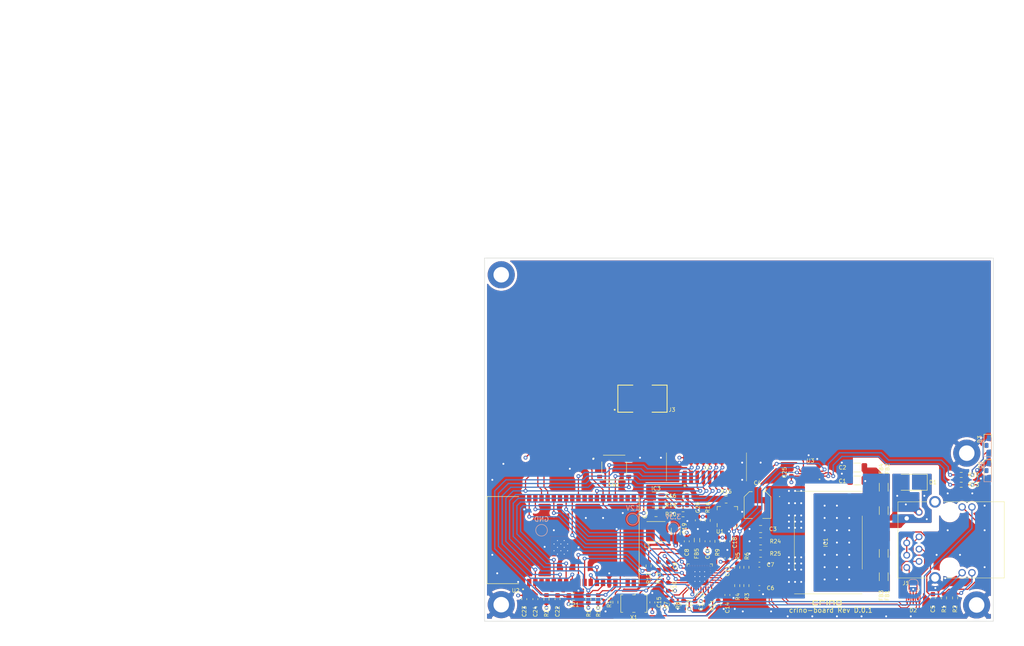
<source format=kicad_pcb>
(kicad_pcb (version 20221018) (generator pcbnew)
  (layers (0 "F.Cu" signal) (1 "In1.Cu" signal) (2 "In2.Cu" signal) (31 "B.Cu" signal) (34 "B.Paste" user) (35 "F.Paste" user) (36 "B.SilkS" user "B.Silkscreen") (37 "F.SilkS" user "F.Silkscreen") (38 "B.Mask" user) (39 "F.Mask" user) (44 "Edge.Cuts" user))
  (net 0 "")
  (net 1 "Net-(C2-Pad1)")
  (net 2 "/mcu/ESP_EN")
  (net 3 "Net-(D5-Pad2)")
  (net 4 "/mcu/poe/+12V_INTERNAL")
  (net 5 "/mcu/+12V")
  (net 6 "/mcu/ethernet/TD-")
  (net 7 "/mcu/ethernet/TD+")
  (net 8 "/mcu/ethernet/RD-")
  (net 9 "/mcu/ethernet/RD+")
  (net 10 "/mcu/+3.3V")
  (net 11 "/mcu/GPIO0")
  (net 12 "/mcu/esp32/TXD0")
  (net 13 "/mcu/esp32/RXD0")
  (net 14 "/mcu/esp32/GPIO25_EMAC_RXD0(RMII)")
  (net 15 "/mcu/esp32/GPIO26_EMAC_RXD1(RMII)")
  (net 16 "/mcu/esp32/GPIO27_EMAC_RX_CRS_DV")
  (net 17 "/mcu/esp32/GPIO18_MDIO(RMII)")
  (net 18 "/mcu/GPIO32")
  (net 19 "/mcu/GND")
  (net 20 "/mcu/GPIO13_I2C_SDA")
  (net 21 "/mcu/esp32/GPIO23_MDC(RMII)")
  (net 22 "/mcu/esp32/GPIO21_EMAC_TX_EN(RMII)")
  (net 23 "/mcu/esp32/GPIO19_EMAC_TXD0(RMII)")
  (net 24 "/mcu/esp32/GPIO22_EMAC_TXD1(RMII)")
  (net 25 "/mcu/GPIO2")
  (net 26 "/mcu/GPIO14")
  (net 27 "Net-(FB2-Pad2)")
  (net 28 "/mcu/GPI35")
  (net 29 "/mcu/GPI34")
  (net 30 "/mcu/GPIO15")
  (net 34 "/mcu/ethernet/V-")
  (net 35 "/mcu/ethernet/V+")
  (net 36 "/mcu/GPIO12_I2C_SCL")
  (net 37 "/mcu/GPIO33")
  (net 38 "Net-(C1-Pad1)")
  (net 39 "Net-(C6-Pad1)")
  (net 40 "Net-(C7-Pad1)")
  (net 41 "Net-(C5-Pad1)")
  (net 42 "Net-(C14-Pad1)")
  (net 43 "Net-(C13-Pad1)")
  (net 44 "Net-(C17-Pad1)")
  (net 45 "Net-(C17-Pad2)")
  (net 46 "Net-(D3-Pad2)")
  (net 47 "Net-(FB1-Pad2)")
  (net 49 "Net-(IC2-Pad1)")
  (net 50 "Net-(IC2-Pad8)")
  (net 51 "Net-(IC2-Pad9)")
  (net 52 "Net-(IC2-Pad10)")
  (net 59 "Net-(IC2-Pad24)")
  (net 60 "Net-(IC2-Pad25)")
  (net 63 "Net-(IC3-Pad3)")
  (net 74 "Net-(J1-Pad12)")
  (net 75 "Net-(J1-Pad13)")
  (net 76 "/mcu/ethernet/AVDD")
  (net 80 "Net-(R16-Pad1)")
  (net 81 "Net-(R14-Pad1)")
  (net 82 "Net-(D2-Pad12)")
  (net 83 "/mcu/MH")
  (net 84 "/mcu/io/LED1")
  (net 85 "/mcu/io/LED2")
  (net 86 "/mcu/GPIO4")
  (net 87 "/mcu/GPIO5")
  (net 88 "/mcu/I2C_GPIO1")
  (net 89 "/mcu/I2C_GPIO2")
  (footprint "Capacitor_SMD:C_0603_1608Metric" (layer "F.Cu") (at 140.97 102.108)
    (fp_text reference "C16")
    (fp_text value "4.7u")
  )
  (footprint "Capacitor_SMD:C_0805_2012Metric" (layer "F.Cu") (at 135.382 105.664 180)
    (fp_text reference "C17")
    (fp_text value "100n")
  )
  (footprint "Capacitor_SMD:C_1206_3216Metric" (layer "F.Cu") (at 139.446 109.474 90)
    (fp_text reference "C19")
    (fp_text value "22u")
  )
  (footprint "Capacitor_SMD:C_0603_1608Metric" (layer "F.Cu") (at 108.204 123.444 -90)
    (fp_text reference "C23")
    (fp_text value "22u")
  )
  (footprint "Capacitor_SMD:C_0603_1608Metric" (layer "F.Cu") (at 110.49 123.444 -90)
    (fp_text reference "C24")
    (fp_text value "100n")
  )
  (footprint "Capacitor_SMD:C_0603_1608Metric" (layer "F.Cu") (at 192.532 123.19 -90)
    (fp_text reference "C5")
    (fp_text value "22p")
  )
  (footprint "general:LED_3210Metric_Right_Angle" (layer "F.Cu") (at 203.708 91.567 -90)
    (fp_text reference "D3")
    (fp_text value "LED_GREEN")
  )
  (footprint "general:LED_3210Metric_Right_Angle" (layer "F.Cu") (at 203.708 96.774 -90)
    (fp_text reference "D5")
    (fp_text value "LED_BLUE")
  )
  (footprint "general:L_4.2x4.2_H2" (layer "F.Cu") (at 135.382 109.474 180)
    (fp_text reference "L1")
    (fp_text value "4.7u")
  )
  (footprint "Resistor_SMD:R_0805_2012Metric" (layer "F.Cu") (at 149.86 102.87)
    (fp_text reference "R15")
    (fp_text value "0.68")
  )
  (footprint "Resistor_SMD:R_0603_1608Metric" (layer "F.Cu") (at 140.97 105.918 180)
    (fp_text reference "R20")
    (fp_text value "22.1k")
  )
  (footprint "Resistor_SMD:R_0603_1608Metric" (layer "F.Cu") (at 140.97 104.013 180)
    (fp_text reference "R19")
    (fp_text value "100k")
  )
  (footprint "Resistor_SMD:R_0603_1608Metric" (layer "F.Cu") (at 198.374 97.79)
    (fp_text reference "R22")
    (fp_text value "100")
  )
  (footprint "Resistor_SMD:R_0603_1608Metric" (layer "F.Cu") (at 198.374 99.822)
    (fp_text reference "R23")
    (fp_text value "100")
  )
  (footprint "Resistor_SMD:R_0603_1608Metric" (layer "F.Cu") (at 148.209 124.62 90)
    (fp_text reference "R11")
    (fp_text value "2.49k")
  )
  (footprint "general:SW_TS-1187A-B-A-B" (layer "F.Cu") (at 126.746 96.266)
    (fp_text reference "SW1")
    (fp_text value "SW_Push")
  )
  (footprint "Capacitor_SMD:C_0603_1608Metric" (layer "F.Cu") (at 150.114 111.519 -90)
    (fp_text reference "C18")
    (fp_text value "100n")
  )
  (footprint "Capacitor_SMD:C_0603_1608Metric" (layer "F.Cu") (at 144.018 107.175 -90)
    (fp_text reference "C20")
    (fp_text value "100n")
  )
  (footprint "Resistor_SMD:R_0603_1608Metric" (layer "F.Cu") (at 121.412 123.444 -90)
    (fp_text reference "R17")
    (fp_text value "5.6k")
  )
  (footprint "Resistor_SMD:R_0603_1608Metric" (layer "F.Cu") (at 123.444 123.444 -90)
    (fp_text reference "R18")
    (fp_text value "5.6k")
  )
  (footprint "Package_TO_SOT_SMD:SOT-23-6" (layer "F.Cu") (at 135.382 102.87 180)
    (fp_text reference "IC3")
    (fp_text value "SY8120B1ABC")
  )
  (footprint "Resistor_SMD:R_0603_1608Metric" (layer "F.Cu") (at 146.05 107.188 90)
    (fp_text reference "R16")
    (fp_text value "2.2k")
  )
  (footprint "general:ESP32-WROVER-E-N4R8" (layer "F.Cu") (at 116.205 111.252 90)
    (fp_text reference "U2")
    (fp_text value "ESP32-WROVER-E-N4R8")
  )
  (footprint "Capacitor_SMD:C_0603_1608Metric" (layer "F.Cu") (at 115.062 123.444 -90)
    (fp_text reference "C22")
    (fp_text value "1u")
  )
  (footprint "Resistor_SMD:R_0603_1608Metric" (layer "F.Cu") (at 112.776 123.444 90)
    (fp_text reference "R21")
    (fp_text value "10k")
  )
  (footprint "Capacitor_SMD:C_0805_2012Metric" (layer "F.Cu") (at 118.364 122.936)
    (fp_text reference "C21")
    (fp_text value "100n")
  )
  (footprint "Resistor_SMD:R_0603_1608Metric" (layer "F.Cu") (at 152.146 116.873 90)
    (fp_text reference "R5")
    (fp_text value "49.9")
  )
  (footprint "Capacitor_SMD:C_0603_1608Metric" (layer "F.Cu") (at 163.32 97.282 90)
    (fp_text reference "C25")
    (fp_text value "100n")
  )
  (footprint "Resistor_SMD:R_0603_1608Metric" (layer "F.Cu") (at 137.922 120.904 90)
    (fp_text reference "R10")
    (fp_text value "4.7k")
  )
  (footprint "MountingHole:MountingHole_3.2mm_M3_DIN965_Pad" (layer "F.Cu") (at 103.4415 56.4515)
    (fp_text reference "H4" hide)
    (fp_text value "MountingHole_Pad")
  )
  (footprint "Capacitor_SMD:CP_Elec_5x5.4" (layer "F.Cu") (at 156.337 104.013 -90)
    (fp_text reference "C4")
    (fp_text value "100u")
  )
  (footprint "Inductor_SMD:L_0805_2012Metric" (layer "F.Cu") (at 143.8445 111.252 -90)
    (fp_text reference "FB5")
    (fp_text value "FerriteBead")
  )
  (footprint "Capacitor_SMD:C_0603_1608Metric" (layer "F.Cu") (at 141.732 111.506 -90)
    (fp_text reference "C8")
    (fp_text value "47u")
  )
  (footprint "Capacitor_SMD:C_0603_1608Metric" (layer "F.Cu") (at 146.014333 111.493 90)
    (fp_text reference "C10")
    (fp_text value "47u")
  )
  (footprint "Capacitor_SMD:C_1206_3216Metric" (layer "F.Cu") (at 176.911 98.933 180)
    (fp_text reference "C1")
    (fp_text value "4.7n")
  )
  (footprint "Package_DFN_QFN:QFN-32-1EP_5x5mm_P0.5mm_EP3.6x3.6mm_ThermalVias" (layer "F.Cu") (at 144.412 118.778 180)
    (fp_text reference "IC2")
    (fp_text value "RTL8201F-VB-CG")
  )
  (footprint "Capacitor_SMD:C_0603_1608Metric" (layer "F.Cu") (at 134.62 124.112 90)
    (fp_text reference "C15")
    (fp_text value "100n")
  )
  (footprint "Diode_SMD:D_SMA" (layer "F.Cu") (at 187.96 99.314 180)
    (fp_text reference "D1")
    (fp_text value "D_Schottky")
  )
  (footprint "general:SAMTEC_SHF-103-01-L-D-SM" (layer "F.Cu") (at 132.588 82.2965)
    (fp_text reference "J3")
    (fp_text value "SHF-103-01-L-D-SM")
  )
  (footprint "Resistor_SMD:R_0603_1608Metric" (layer "F.Cu") (at 152.146 120.658 -90)
    (fp_text reference "R4")
    (fp_text value "49.9")
  )
  (footprint "Capacitor_SMD:C_0603_1608Metric" (layer "F.Cu") (at 156.718 116.332)
    (fp_text reference "C7")
    (fp_text value "100n")
  )
  (footprint "Capacitor_SMD:C_0603_1608Metric" (layer "F.Cu") (at 145.82775 124.607 -90)
    (fp_text reference "C12")
    (fp_text value "100n")
  )
  (footprint "Resistor_SMD:R_0603_1608Metric" (layer "F.Cu") (at 138.684 124.62 -90)
    (fp_text reference "R7")
    (fp_text value "4.7k")
  )
  (footprint "MountingHole:MountingHole_3.2mm_M3_DIN965_Pad" (layer "F.Cu") (at 103.4415 124.587)
    (fp_text reference "H2" hide)
    (fp_text value "MountingHole_Pad")
  )
  (footprint "Package_DFN_QFN:UQFN-16-1EP_4x4mm_P0.65mm_EP2.6x2.6mm" (layer "F.Cu") (at 150.114 106.426 90)
    (fp_text reference "U1")
    (fp_text value "PAC1932T-I/JQ")
  )
  (footprint "general:SHF-108-01-X-D-SM" (layer "F.Cu") (at 145.796 96.266)
    (fp_text reference "J2")
    (fp_text value "SHF-108-01-L-D-SM" hide)
  )
  (footprint "Inductor_SMD:L_1206_3216Metric" (layer "F.Cu") (at 182.372 105.1558 90)
    (fp_text reference "FB2")
    (fp_text value "FerriteBead")
  )
  (footprint "Capacitor_SMD:C_0603_1608Metric" (layer "F.Cu") (at 137.922 116.586 -90)
    (fp_text reference "C9")
    (fp_text value "100n")
  )
  (footprint "Capacitor_SMD:C_0603_1608Metric" (layer "F.Cu") (at 156.718 121.158)
    (fp_text reference "C6")
    (fp_text value "100n")
  )
  (footprint "MountingHole:MountingHole_3.2mm_M3_DIN965_Pad" (layer "F.Cu") (at 199.517 93.2942)
    (fp_text reference "H3" hide)
    (fp_text value "MountingHole_Pad")
  )
  (footprint "Inductor_SMD:L_1206_3216Metric" (layer "F.Cu") (at 182.372 113.995 -90)
    (fp_text reference "FB1")
    (fp_text value "FerriteBead")
  )
  (footprint "Capacitor_SMD:C_0805_2012Metric" (layer "F.Cu") (at 156.972 108.966 180)
    (fp_text reference "C3")
    (fp_text value "10u")
  )
  (footprint "Resistor_SMD:R_0603_1608Metric" (layer "F.Cu") (at 194.818 123.19 90)
    (fp_text reference "R1")
    (fp_text value "270")
  )
  (footprint "Resistor_SMD:R_0603_1608Metric" (layer "F.Cu") (at 197.104 123.19 90)
    (fp_text reference "R2")
    (fp_text value "270")
  )
  (footprint "Inductor_SMD:L_1206_3216Metric" (layer "F.Cu") (at 182.372 118.821 -90)
    (fp_text reference "FB3")
    (fp_text value "FerriteBead")
  )
  (footprint "Resistor_SMD:R_0805_2012Metric" (layer "F.Cu") (at 156.972 111.506 180)
    (fp_text reference "R24")
    (fp_text value "750")
  )
  (footprint "Resistor_SMD:R_0603_1608Metric" (layer "F.Cu") (at 127 124.079 90)
    (fp_text reference "R14")
    (fp_text value "0")
  )
  (footprint "Resistor_SMD:R_0603_1608Metric" (layer "F.Cu") (at 148.064166 111.506 -90)
    (fp_text reference "R9")
    (fp_text value "4.7k")
  )
  (footprint "Capacitor_SMD:C_0603_1608Metric" (layer "F.Cu") (at 150.114 114.968 90)
    (fp_text reference "C11")
    (fp_text value "100n")
  )
  (footprint "Resistor_SMD:R_0603_1608Metric" (layer "F.Cu") (at 141.06525 124.62 -90)
    (fp_text reference "R8")
    (fp_text value "4.7k")
  )
  (footprint "general:AG9912M" (layer "F.Cu") (at 170.942 111.76 -90)
    (fp_text reference "IC1")
    (fp_text value "AG9912M" hide)
  )
  (footprint "Oscillator:Oscillator_SMD_SeikoEpson_SG8002LB-4Pin_5.0x3.2mm" (layer "F.Cu") (at 130.81 124.366 180)
    (fp_text reference "X1")
    (fp_text value "SG-5032CCN")
  )
  (footprint "MountingHole:MountingHole_3.2mm_M3_DIN965_Pad" (layer "F.Cu") (at 201.549 124.6505)
    (fp_text reference "H1" hide)
    (fp_text value "MountingHole_Pad")
  )
  (footprint "Resistor_SMD:R_0805_2012Metric" (layer "F.Cu") (at 156.972 114.046 180)
    (fp_text reference "R25")
    (fp_text value "750")
  )
  (footprint "Resistor_SMD:R_0603_1608Metric" (layer "F.Cu") (at 135.89 116.586 -90)
    (fp_text reference "R13")
    (fp_text value "0")
  )
  (footprint "Capacitor_SMD:C_0603_1608Metric" (layer "F.Cu") (at 150.114 122.588 -90)
    (fp_text reference "C14")
    (fp_text value "100n")
  )
  (footprint "Resistor_SMD:R_0603_1608Metric" (layer "F.Cu") (at 154.038 120.65 -90)
    (fp_text reference "R3")
    (fp_text value "49.9")
  )
  (footprint "general:SON50P300X300X100-9N-D" (layer "F.Cu") (at 167.259 97.282 180)
    (fp_text reference "U3")
    (fp_text value "PCA9536TK" hide)
  )
  (footprint "Resistor_SMD:R_0603_1608Metric" (layer "F.Cu") (at 154.038 116.873 90)
    (fp_text reference "R6")
    (fp_text value "49.9")
  )
  (footprint "Resistor_SMD:R_0603_1608Metric" (layer "F.Cu") (at 133.858 116.586 -90)
    (fp_text reference "R12")
    (fp_text value "0")
  )
  (footprint "Capacitor_SMD:C_1206_3216Metric" (layer "F.Cu") (at 176.911 96.266 180)
    (fp_text reference "C2")
    (fp_text value "4.7n")
  )
  (footprint "general:crino_logo" (layer "F.Cu") (at 170.688 124.206)
    (fp_text reference "H5" hide)
    (fp_text value "CrinoLogo" hide)
  )
  (footprint "general:RCLAMP3374NTCT" (layer "F.Cu") (at 188.468 123.19 180)
    (fp_text reference "D2")
    (fp_text value "RCLAMP3374N.TCT" hide)
  )
  (footprint "Capacitor_SMD:C_0603_1608Metric" (layer "F.Cu") (at 143.4465 124.62 -90)
    (fp_text reference "C13")
    (fp_text value "100n")
  )
  (footprint "general:JXD10009NL" (layer "F.Cu") (at 196.0002 111.0912)
    (fp_text reference "J1")
    (fp_text value "JXD1-0009NL" hide)
  )
  (footprint "Inductor_SMD:L_1206_3216Metric" (layer "F.Cu") (at 182.372 100.3298 90)
    (fp_text reference "FB4")
    (fp_text value "FerriteBead")
  )
  (footprint "TestPoint:TestPoint_Pad_D2.0mm" (layer "B.Cu") (at 130.556 106.934)
    (fp_text reference "TP1" hide)
    (fp_text value "12V")
  )
  (footprint "TestPoint:TestPoint_Pad_D2.0mm" (layer "B.Cu") (at 111.76 109.22)
    (fp_text reference "TP3" hide)
    (fp_text value "GND")
  )
  (footprint "TestPoint:TestPoint_Pad_D2.0mm" (layer "B.Cu") (at 138.938 108.712)
    (fp_text reference "TP2" hide)
    (fp_text value "3.3V")
  )
  (footprint "general:LED_3210Metric_Right_Angle" (layer "B.Cu") (at 203.708 97.028 90)
    (fp_text reference "D6")
    (fp_text value "LED_BLUE")
  )
  (footprint "general:LED_3210Metric_Right_Angle" (layer "B.Cu") (at 203.708 91.821 90)
    (fp_text reference "D4")
    (fp_text value "LED_GREEN")
  )
  (footprint "Jumper:SolderJumper-2_P1.3mm_Open_RoundedPad1.0x1.5mm" (layer "B.Cu") (at 188.468 120.777 90)
    (fp_text reference "JP1" hide)
    (fp_text value "SolderJumper_2_Open")
  )
  (gr_line (start 205 128) (end 100 128) (stroke (width 0.1)) (layer "Edge.Cuts"))
  (gr_line (start 100 128) (end 100 53) (stroke (width 0.1)) (layer "Edge.Cuts"))
  (gr_line (start 100 53) (end 205 53) (stroke (width 0.1)) (layer "Edge.Cuts"))
  (gr_line (start 205 53) (end 205 128) (stroke (width 0.1)) (layer "Edge.Cuts"))
  (gr_text "crino-board Rev D.0.1" (at 171.45 125.73) (layer "F.SilkS") (effects (font (size 1 1))))
  (segment (start 115.062 122.669) (end 116.192 122.669) (width 0.25) (layer "F.Cu") (net 2))
  (segment (start 112.102 122.619) (end 112.776 122.619) (width 0.25) (layer "F.Cu") (net 2))
  (segment (start 110.49 117.348) (end 110.485 117.353) (width 0.25) (layer "F.Cu") (net 2))
  (segment (start 117.414 122.936) (end 116.459 122.936) (width 0.25) (layer "F.Cu") (net 2))
  (segment (start 117.414 124.394) (end 117.348 124.46) (width 0.25) (layer "F.Cu") (net 2))
  (segment (start 108.458 98.806) (end 108.458 101.092) (width 0.25) (layer "F.Cu") (net 2))
  (segment (start 110.485 117.353) (end 110.485 120.002) (width 0.25) (layer "F.Cu") (net 2))
  (segment (start 109.728 97.536) (end 108.458 98.806) (width 0.25) (layer "F.Cu") (net 2))
  (segment (start 129.746 100.282) (end 129.794 100.33) (width 0.25) (layer "F.Cu") (net 2))
  (segment (start 110.485 120.002) (end 110.485 121.002) (width 0.25) (layer "F.Cu") (net 2))
  (segment (start 112.776 122.619) (end 115.012 122.619) (width 0.25) (layer "F.Cu") (net 2))
  (segment (start 116.192 122.669) (end 116.459 122.936) (width 0.25) (layer "F.Cu") (net 2))
  (segment (start 109.728 96.1395) (end 109.728 97.536) (width 0.25) (layer "F.Cu") (net 2))
  (segment (start 134.366 120.65) (end 136.652 118.364) (width 0.25) (layer "F.Cu") (net 2))
  (segment (start 132.08 122.174) (end 132.588 121.666) (width 0.25) (layer "F.Cu") (net 2))
  (segment (start 133.35 121.666) (end 134.366 120.65) (width 0.25) (layer "F.Cu") (net 2))
  (segment (start 117.414 122.936) (end 117.414 124.394) (width 0.25) (layer "F.Cu") (net 2))
  (segment (start 129.746 98.141) (end 129.746 100.282) (width 0.25) (layer "F.Cu") (net 2))
  (segment (start 140.458 119.028) (end 141.962 119.028) (width 0.25) (layer "F.Cu") (net 2))
  (segment (start 132.588 121.666) (end 133.35 121.666) (width 0.25) (layer "F.Cu") (net 2))
  (segment (start 132.08 123.266) (end 132.08 122.174) (width 0.25) (layer "F.Cu") (net 2))
  (segment (start 110.485 121.002) (end 112.102 122.619) (width 0.25) (layer "F.Cu") (net 2))
  (segment (start 139.794 118.364) (end 140.458 119.028) (width 0.25) (layer "F.Cu") (net 2))
  (segment (start 136.652 118.364) (end 139.794 118.364) (width 0.25) (layer "F.Cu") (net 2))
  (via (at 110.49 117.348) (size 0.8) (drill 0.4) (layers "F.Cu" "B.Cu") (net 2))
  (via (at 133.35 121.666) (size 0.8) (drill 0.4) (layers "F.Cu" "B.Cu") (net 2))
  (via (at 117.348 124.46) (size 0.8) (drill 0.4) (layers "F.Cu" "B.Cu") (net 2))
  (via (at 108.458 101.092) (size 0.8) (drill 0.4) (layers "F.Cu" "B.Cu") (net 2))
  (via (at 129.794 100.33) (size 0.8) (drill 0.4) (layers "F.Cu" "B.Cu") (net 2))
  (segment (start 105.918 101.092) (end 108.458 101.092) (width 0.25) (layer "B.Cu") (net 2))
  (segment (start 110.49 117.348) (end 110.236 117.348) (width 0.25) (layer "B.Cu") (net 2))
  (segment (start 127 121.666) (end 124.206 124.46) (width 0.25) (layer "B.Cu") (net 2))
  (segment (start 127 121.666) (end 133.35 121.666) (width 0.25) (layer "B.Cu") (net 2))
  (segment (start 124.206 124.46) (end 117.348 124.46) (width 0.25) (layer "B.Cu") (net 2))
  (segment (start 121.92 101.092) (end 122.682 100.33) (width 0.25) (layer "B.Cu") (net 2))
  (segment (start 122.682 100.33) (end 129.794 100.33) (width 0.25) (layer "B.Cu") (net 2))
  (segment (start 108.458 101.092) (end 121.92 101.092) (width 0.25) (layer "B.Cu") (net 2))
  (segment (start 110.236 117.348) (end 104.394 111.506) (width 0.25) (layer "B.Cu") (net 2))
  (segment (start 104.394 102.616) (end 105.918 101.092) (width 0.25) (layer "B.Cu") (net 2))
  (segment (start 104.394 111.506) (end 104.394 102.616) (width 0.25) (layer "B.Cu") (net 2))
  (segment (start 203.454 99.822) (end 200.66 99.822) (width 0.25) (layer "F.Cu") (net 3))
  (segment (start 204.089 99.187) (end 203.454 99.822) (width 0.25) (layer "F.Cu") (net 3))
  (segment (start 204.089 98.401) (end 204.089 99.187) (width 0.25) (layer "F.Cu") (net 3))
  (segment (start 199.199 99.822) (end 200.66 99.822) (width 0.25) (layer "F.Cu") (net 3))
  (via (at 200.66 99.822) (size 0.8) (drill 0.4) (layers "F.Cu" "B.Cu") (net 3))
  (segment (start 202.842631 96.877369) (end 202.842631 96.416631) (width 0.25) (layer "B.Cu") (net 3))
  (segment (start 203.858262 95.401) (end 202.842631 96.416631) (width 0.25) (layer "B.Cu") (net 3))
  (segment (start 201.753 97.967) (end 202.842631 96.877369) (width 0.25) (layer "B.Cu") (net 3))
  (segment (start 200.66 99.822) (end 201.753 98.729) (width 0.25) (layer "B.Cu") (net 3))
  (segment (start 201.753 98.729) (end 201.753 97.967) (width 0.25) (layer "B.Cu") (net 3))
  (segment (start 204.089 95.401) (end 203.858262 95.401) (width 0.25) (layer "B.Cu") (net 3))
  (segment (start 149.789 104.4885) (end 149.789 103.8535) (width 0.25) (layer "F.Cu") (net 4))
  (segment (start 175.055 99.314) (end 175.436 98.933) (width 0.25) (layer "F.Cu") (net 4))
  (segment (start 165.354 99.822) (end 165.862 99.314) (width 0.25) (layer "F.Cu") (net 4))
  (segment (start 165.354 101.092) (end 165.354 99.822) (width 0.25) (layer "F.Cu") (net 4))
  (segment (start 165.862 99.314) (end 175.055 99.314) (width 0.25) (layer "F.Cu") (net 4))
  (segment (start 149.789 103.8535) (end 150.7725 102.87) (width 0.25) (layer "F.Cu") (net 4))
  (via (at 165.354 106.172) (size 0.8) (drill 0.4) (layers "F.Cu" "B.Cu") (net 4))
  (via (at 165.354 108.712) (size 0.8) (drill 0.4) (layers "F.Cu" "B.Cu") (net 4))
  (via (at 165.354 103.632) (size 0.8) (drill 0.4) (layers "F.Cu" "B.Cu") (net 4))
  (via (at 164.084 108.712) (size 0.8) (drill 0.4) (layers "F.Cu" "B.Cu") (net 4))
  (via (at 164.084 107.442) (size 0.8) (drill 0.4) (layers "F.Cu" "B.Cu") (net 4))
  (via (at 164.084 106.172) (size 0.8) (drill 0.4) (layers "F.Cu" "B.Cu") (net 4))
  (via (at 162.814 106.172) (size 0.8) (drill 0.4) (layers "F.Cu" "B.Cu") (net 4))
  (via (at 162.814 101.092) (size 0.8) (drill 0.4) (layers "F.Cu" "B.Cu") (net 4))
  (via (at 165.354 107.442) (size 0.8) (drill 0.4) (layers "F.Cu" "B.Cu") (net 4))
  (via (at 162.814 107.442) (size 0.8) (drill 0.4) (layers "F.Cu" "B.Cu") (net 4))
  (via (at 162.814 108.712) (size 0.8) (drill 0.4) (layers "F.Cu" "B.Cu") (net 4))
  (via (at 164.084 101.092) (size 0.8) (drill 0.4) (layers "F.Cu" "B.Cu") (net 4))
  (via (at 165.354 101.092) (size 0.8) (drill 0.4) (layers "F.Cu" "B.Cu") (net 4))
  (via (at 162.814 103.632) (size 0.8) (drill 0.4) (layers "F.Cu" "B.Cu") (net 4))
  (via (at 164.084 103.632) (size 0.8) (drill 0.4) (layers "F.Cu" "B.Cu") (net 4))
  (segment (start 149.139 104.4885) (end 149.139 103.0615) (width 0.25) (layer "F.Cu") (net 5))
  (segment (start 134.2445 102.87) (end 133.096 102.87) (width 0.25) (layer "F.Cu") (net 5))
  (segment (start 133.096 102.87) (end 132.842 103.124) (width 0.25) (layer "F.Cu") (net 5))
  (segment (start 132.842 103.124) (end 132.842 105.664) (width 0.25) (layer "F.Cu") (net 5))
  (via (at 132.842 105.664) (size 0.8) (drill 0.4) (layers "F.Cu" "B.Cu") (net 5))
  (segment (start 131.826 105.664) (end 132.842 105.664) (width 0.25) (layer "B.Cu") (net 5))
  (segment (start 130.556 106.934) (end 131.826 105.664) (width 0.25) (layer "B.Cu") (net 5))
  (segment (start 189.1665 114.3635) (end 190.3095 114.3635) (width 0.2) (layer "F.Cu") (net 6))
  (segment (start 148.726 119.028) (end 146.862 119.028) (width 0.2) (layer "F.Cu") (net 6))
  (segment (start 189.118 121.524) (end 189.23 121.412) (width 0.2) (layer "F.Cu") (net 6))
  (segment (start 159.258 123.952) (end 161.036 125.73) (width 0.2) (layer "F.Cu") (net 6))
  (segment (start 190.783 114.837) (end 190.783 116.557) (width 0.2) (layer "F.Cu") (net 6))
  (segment (start 189.23 121.412) (end 189.23 118.11) (width 0.2) (layer "F.Cu") (net 6))
  (segment (start 188.468 113.665) (end 189.1665 114.3635) (width 0.2) (layer "F.Cu") (net 6))
  (segment (start 189.118 125.11) (end 189.118 124.18) (width 0.2) (layer "F.Cu") (net 6))
  (segment (start 190.783 116.557) (end 189.23 118.11) (width 0.2) (layer "F.Cu") (net 6))
  (segment (start 152.661 119.133) (end 154.425 119.133) (width 0.2) (layer "F.Cu") (net 6))
  (segment (start 155.067 119.38) (end 158.496 119.38) (width 0.2) (layer "F.Cu") (net 6))
  (segment (start 152.146 119.833) (end 152.146 119.648) (width 0.2) (layer "F.Cu") (net 6))
  (segment (start 161.036 125.73) (end 188.468 125.73) (width 0.2) (layer "F.Cu") (net 6))
  (segment (start 152.146 119.833) (end 149.531 119.833) (width 0.2) (layer "F.Cu") (net 6))
  (segment (start 149.531 119.833) (end 148.726 119.028) (width 0.2) (layer "F.Cu") (net 6))
  (segment (start 188.468 111.7644) (end 188.468 113.665) (width 0.2) (layer "F.Cu") (net 6))
  (segment (start 188.928 122.39) (end 188.928 123.99) (width 0.2) (layer "F.Cu") (net 6))
  (segment (start 189.6662 110.5662) (end 188.468 111.7644) (width 0.2) (layer "F.Cu") (net 6))
  (segment (start 152.146 119.648) (end 152.661 119.133) (width 0.2) (layer "F.Cu") (net 6))
  (segment (start 159.258 120.142) (end 159.258 123.952) (width 0.2) (layer "F.Cu") (net 6))
  (segment (start 189.088 125.11) (end 189.118 125.11) (width 0.2) (layer "F.Cu") (net 6))
  (segment (start 154.432 119.126) (end 154.813 119.126) (width 0.2) (layer "F.Cu") (net 6))
  (segment (start 188.468 125.73) (end 189.088 125.11) (width 0.2) (layer "F.Cu") (net 6))
  (segment (start 189.118 122.2) (end 189.118 121.524) (width 0.2) (layer "F.Cu") (net 6))
  (segment (start 189.118 122.2) (end 188.928 122.39) (width 0.2) (layer "F.Cu") (net 6))
  (segment (start 154.813 119.126) (end 155.067 119.38) (width 0.2) (layer "F.Cu") (net 6))
  (segment (start 158.496 119.38) (end 159.258 120.142) (width 0.2) (layer "F.Cu") (net 6))
  (segment (start 188.928 123.99) (end 189.118 124.18) (width 0.2) (layer "F.Cu") (net 6))
  (segment (start 190.3095 114.3635) (end 190.783 114.837) (width 0.2) (layer "F.Cu") (net 6))
  (segment (start 154.425 119.133) (end 154.432 119.126) (width 0.2) (layer "F.Cu") (net 6))
  (segment (start 158.187 119.833) (end 153.543 119.833) (width 0.2) (layer "F.Cu") (net 7))
  (segment (start 189.878 122.36) (end 189.878 124.02) (width 0.2) (layer "F.Cu") (net 7))
  (segment (start 149.665314 120.533) (end 152.843 120.533) (width 0.2) (layer "F.Cu") (net 7))
  (segment (start 189.878 124.02) (end 189.718 124.18) (width 0.2) (layer "F.Cu") (net 7))
  (segment (start 189.992 121.666) (end 189.992 118.618) (width 0.2) (layer "F.Cu") (net 7))
  (segment (start 158.75 120.396) (end 158.187 119.833) (width 0.2) (layer "F.Cu") (net 7))
  (segment (start 189.718 122.2) (end 189.878 122.36) (width 0.2) (layer "F.Cu") (net 7))
  (segment (start 189.718 124.18) (end 189.718 125.242) (width 0.2) (layer "F.Cu") (net 7))
  (segment (start 188.722 126.238) (end 160.782 126.238) (width 0.2) (layer "F.Cu") (net 7))
  (segment (start 148.660314 119.528) (end 149.665314 120.533) (width 0.2) (layer "F.Cu") (net 7))
  (segment (start 189.718 122.2) (end 189.718 121.94) (width 0.2) (layer "F.Cu") (net 7))
  (segment (start 160.782 126.238) (end 158.75 124.206) (width 0.2) (layer "F.Cu") (net 7))
  (segment (start 189.718 125.242) (end 188.722 126.238) (width 0.2) (layer "F.Cu") (net 7))
  (segment (start 191.516 117.094) (end 191.516 114.3) (width 0.2) (layer "F.Cu") (net 7))
  (segment (start 191.516 114.3) (end 190.3222 113.1062) (width 0.2) (layer "F.Cu") (net 7))
  (segment (start 146.862 119.528) (end 148.660314 119.528) (width 0.2) (layer "F.Cu") (net 7))
  (segment (start 189.718 121.94) (end 189.992 121.666) (width 0.2) (layer "F.Cu") (net 7))
  (segment (start 152.843 120.533) (end 153.543 119.833) (width 0.2) (layer "F.Cu") (net 7))
  (segment (start 189.992 118.618) (end 191.516 117.094) (width 0.2) (layer "F.Cu") (net 7))
  (segment (start 190.3222 113.1062) (end 189.6662 113.1062) (width 0.2) (layer "F.Cu") (net 7))
  (segment (start 158.75 124.206) (end 158.75 120.396) (width 0.2) (layer "F.Cu") (net 7))
  (segment (start 149.690314 116.998) (end 152.843 116.998) (width 0.2) (layer "F.Cu") (net 8))
  (segment (start 186.944 124.714) (end 187.218 124.44) (width 0.2) (layer "F.Cu") (net 8))
  (segment (start 186.944 119.126) (end 186.944 121.666) (width 0.2) (layer "F.Cu") (net 8))
  (segment (start 186.1185 118.3005) (end 186.944 119.126) (width 0.2) (layer "F.Cu") (net 8))
  (segment (start 187.058 122.36) (end 187.058 124.02) (width 0.2) (layer "F.Cu") (net 8))
  (segment (start 160.37 117.698) (end 161.29 118.618) (width 0.2) (layer "F.Cu") (net 8))
  (segment (start 162.814 123.952) (end 185.42 123.952) (width 0.2) (layer "F.Cu") (net 8))
  (segment (start 187.218 122.2) (end 187.058 122.36) (width 0.2) (layer "F.Cu") (net 8))
  (segment (start 148.660314 118.028) (end 149.690314 116.998) (width 0.2) (layer "F.Cu") (net 8))
  (segment (start 161.29 122.428) (end 162.814 123.952) (width 0.2) (layer "F.Cu") (net 8))
  (segment (start 146.862 118.028) (end 148.660314 118.028) (width 0.2) (layer "F.Cu") (net 8))
  (segment (start 187.218 124.44) (end 187.218 124.18) (width 0.2) (layer "F.Cu") (net 8))
  (segment (start 161.29 118.618) (end 161.29 122.428) (width 0.2) (layer "F.Cu") (net 8))
  (segment (start 186.944 121.666) (end 187.218 121.94) (width 0.2) (layer "F.Cu") (net 8))
  (segment (start 152.843 116.998) (end 153.543 117.698) (width 0.2) (layer "F.Cu") (net 8))
  (segment (start 187.218 122.2) (end 187.218 121.94) (width 0.2) (layer "F.Cu") (net 8))
  (segment (start 187.058 124.02) (end 187.218 124.18) (width 0.2) (layer "F.Cu") (net 8))
  (segment (start 189.6662 115.6462) (end 186.8678 115.6462) (width 0.2) (layer "F.Cu") (net 8))
  (segment (start 186.182 124.714) (end 186.944 124.714) (width 0.2) (layer "F.Cu") (net 8))
  (segment (start 153.543 117.698) (end 160.37 117.698) (width 0.2) (layer "F.Cu") (net 8))
  (segment (start 185.42 123.952) (end 186.182 124.714) (width 0.2) (layer "F.Cu") (net 8))
  (segment (start 186.8678 115.6462) (end 186.1185 116.3955) (width 0.2) (layer "F.Cu") (net 8))
  (segment (start 186.1185 116.3955) (end 186.1185 118.3005) (width 0.2) (layer "F.Cu") (net 8))
  (segment (start 162.56 124.46) (end 160.782 122.682) (width 0.2) (layer "F.Cu") (net 9))
  (segment (start 187.818 124.602) (end 187.198 125.222) (width 0.2) (layer "F.Cu") (net 9))
  (segment (start 151.778 117.698) (end 149.556 117.698) (width 0.2) (layer "F.Cu") (net 9))
  (segment (start 187.818 124.18) (end 187.818 124.602) (width 0.2) (layer "F.Cu") (net 9))
  (segment (start 152.688 118.398) (end 152.146 117.856) (width 0.2) (layer "F.Cu") (net 9))
  (segment (start 152.146 117.698) (end 151.778 117.698) (width 0.2) (layer "F.Cu") (net 9))
  (segment (start 154.779 118.398) (end 152.688 118.398) (width 0.2) (layer "F.Cu") (net 9))
  (segment (start 160.782 118.872) (end 160.02 118.11) (width 0.2) (layer "F.Cu") (net 9))
  (segment (start 187.978 122.36) (end 187.978 124.02) (width 0.2) (layer "F.Cu") (net 9))
  (segment (start 187.198 125.222) (end 185.928 125.222) (width 0.2) (layer "F.Cu") (net 9))
  (segment (start 185.928 125.222) (end 185.166 124.46) (width 0.2) (layer "F.Cu") (net 9))
  (segment (start 155.067 118.11) (end 154.779 118.398) (width 0.2) (layer "F.Cu") (net 9))
  (segment (start 187.818 121.524) (end 187.632 121.338) (width 0.2) (layer "F.Cu") (net 9))
  (segment (start 160.782 122.682) (end 160.782 118.872) (width 0.2) (layer "F.Cu") (net 9))
  (segment (start 149.556 117.698) (end 148.726 118.528) (width 0.2) (layer "F.Cu") (net 9))
  (segment (start 187.818 122.2) (end 187.818 121.524) (width 0.2) (layer "F.Cu") (net 9))
  (segment (start 148.726 118.528) (end 146.862 118.528) (width 0.2) (layer "F.Cu") (net 9))
  (segment (start 187.632 117.422) (end 187.1262 116.9162) (width 0.2) (layer "F.Cu") (net 9))
  (segment (start 160.02 118.11) (end 155.067 118.11) (width 0.2) (layer "F.Cu") (net 9))
  (segment (start 187.818 122.2) (end 187.978 122.36) (width 0.2) (layer "F.Cu") (net 9))
  (segment (start 187.632 121.338) (end 187.632 117.422) (width 0.2) (layer "F.Cu") (net 9))
  (segment (start 185.166 124.46) (end 162.56 124.46) (width 0.2) (layer "F.Cu") (net 9))
  (segment (start 187.978 124.02) (end 187.818 124.18) (width 0.2) (layer "F.Cu") (net 9))
  (segment (start 152.146 117.856) (end 152.146 117.698) (width 0.2) (layer "F.Cu") (net 9))
  (segment (start 143.8445 110.1895) (end 142.2735 110.1895) (width 0.25) (layer "F.Cu") (net 10))
  (segment (start 137.922 115.811) (end 137.922 115.316) (width 0.25) (layer "F.Cu") (net 10))
  (segment (start 144.018 106.4) (end 145.008 106.4) (width 0.25) (layer "F.Cu") (net 10))
  (segment (start 110.49 122.669) (end 108.331 122.669) (width 0.25) (layer "F.Cu") (net 10))
  (segment (start 143.039 115.005) (end 143.662 115.628) (width 0.25) (layer "F.Cu") (net 10))
  (segment (start 133.812 124.887) (end 133.233 125.466) (width 0.25) (layer "F.Cu") (net 10))
  (segment (start 141.795 104.013) (end 142.494 104.013) (width 0.25) (layer "F.Cu") (net 10))
  (segment (start 109.215 121.394) (end 109.417 121.596) (width 0.25) (layer "F.Cu") (net 10))
  (segment (start 145.097 106.363) (end 145.034 106.426) (width 0.25) (layer "F.Cu") (net 10))
  (segment (start 145.008 106.4) (end 145.034 106.426) (width 0.25) (layer "F.Cu") (net 10))
  (segment (start 123.444 124.269) (end 123.444 125.222) (width 0.25) (layer "F.Cu") (net 10))
  (segment (start 134.62 124.887) (end 134.62 126.144) (width 0.25) (layer "F.Cu") (net 10))
  (segment (start 139.446 110.949) (end 139.446 109.728) (width 0.25) (layer "F.Cu") (net 10))
  (segment (start 148.082 110.681) (end 149.035 110.681) (width 0.25) (layer "F.Cu") (net 10))
  (segment (start 163.32 98.057) (end 163.32 99.312) (width 0.25) (layer "F.Cu") (net 10))
  (segment (start 149.7605 108.392) (end 149.789 108.3635) (width 0.25) (layer "F.Cu") (net 10))
  (segment (start 148.1765 106.751) (end 146.438 106.751) (width 0.25) (layer "F.Cu") (net 10))
  (segment (start 163.32 99.312) (end 163.322 99.314) (width 0.25) (layer "F.Cu") (net 10))
  (segment (start 109.728 92.964) (end 108.458 94.234) (width 0.25) (layer "F.Cu") (net 10))
  (segment (start 109.912 121.596) (end 109.417 121.596) (width 0.25) (layer "F.Cu") (net 10))
  (segment (start 139.446 109.728) (end 140.2715 108.9025) (width 0.25) (layer "F.Cu") (net 10))
  (segment (start 143.002 107.696) (end 143.002 104.521) (width 0.25) (layer "F.Cu") (net 10))
  (segment (start 108.1975 122.669) (end 106.9405 122.669) (width 0.25) (layer "F.Cu") (net 10))
  (segment (start 137.922 115.316) (end 137.16 114.554) (width 0.25) (layer "F.Cu") (net 10))
  (segment (start 139.446 110.949) (end 139.446 112.295) (width 1) (layer "F.Cu") (net 10))
  (segment (start 150.114 110.744) (end 149.098 110.744) (width 0.25) (layer "F.Cu") (net 10))
  (segment (start 141.7955 108.9025) (end 143.002 107.696) (width 0.25) (layer "F.Cu") (net 10))
  (segment (start 146.05 106.363) (end 145.097 106.363) (width 0.25) (layer "F.Cu") (net 10))
  (segment (start 121.412 124.269) (end 121.412 125.222) (width 0.25) (layer "F.Cu") (net 10))
  (segment (start 165.809 98.032) (end 163.345 98.032) (width 0.25) (layer "F.Cu") (net 10))
  (segment (start 150.114 110.744) (end 149.7605 110.3905) (width 0.25) (layer "F.Cu") (net 10))
  (segment (start 112.776 124.269) (end 112.776 125.222) (width 0.25) (layer "F.Cu") (net 10))
  (segment (start 143.662 115.628) (end 143.662 116.328) (width 0.25) (layer "F.Cu") (net 10))
  (segment (start 149.035 110.681) (end 149.098 110.744) (width 0.25) (layer "F.Cu") (net 10))
  (segment (start 139.609696 115.811) (end 140.415695 115.005) (width 0.25) (layer "F.Cu") (net 10))
  (segment (start 139.289 121.729) (end 139.319 121.699) (width 0.25) (layer "F.Cu") (net 10))
  (segment (start 137.922 115.811) (end 139.609696 115.811) (width 0.25) (layer "F.Cu") (net 10))
  (segment (start 142.494 104.013) (end 143.002 104.521) (width 0.25) (layer "F.Cu") (net 10))
  (segment (start 106.9405 122.669) (end 106.9275 122.682) (width 0.25) (layer "F.Cu") (net 10))
  (segment (start 140.415695 115.005) (end 143.039 115.005) (width 0.25) (layer "F.Cu") (net 10))
  (segment (start 137.922 121.729) (end 139.289 121.729) (width 0.25) (layer "F.Cu") (net 10))
  (segment (start 139.446 110.949) (end 139.446 112.395) (width 0.25) (layer "F.Cu") (net 10))
  (segment (start 110.49 122.174) (end 109.912 121.596) (width 0.25) (layer "F.Cu") (net 10))
  (segment (start 163.345 98.032) (end 163.32 98.057) (width 0.25) (layer "F.Cu") (net 10))
  (segment (start 140.2715 108.9025) (end 141.7955 108.9025) (width 0.25) (layer "F.Cu") (net 10))
  (segment (start 134.62 124.887) (end 133.812 124.887) (width 0.25) (layer "F.Cu") (net 10))
  (segment (start 110.49 122.669) (end 110.49 122.174) (width 0.25) (layer "F.Cu") (net 10))
  (segment (start 149.7605 110.3905) (end 149.7605 108.392) (width 0.25) (layer "F.Cu") (net 10))
  (segment (start 109.22 121.285) (end 109.215 121.28) (width 0.25) (layer "F.Cu") (net 10))
  (segment (start 132.08 125.466) (end 133.233 125.466) (width 0.25) (layer "F.Cu") (net 10))
  (segment (start 141.732 110.731) (end 141.732 109.728) (width 0.25) (layer "F.Cu") (net 10))
  (segment (start 141.351 94.2335) (end 140.2085 94.2335) (width 0.25) (layer "F.Cu") (net 10))
  (segment (start 109.215 120.002) (end 109.215 121.394) (width 0.25) (layer "F.Cu") (net 10))
  (segment (start 146.438 106.751) (end 146.05 106.363) (width 0.25) (layer "F.Cu") (net 10))
  (segment (start 142.2735 110.1895) (end 141.732 110.731) (width 0.25) (layer "F.Cu") (net 10))
  (segment (start 109.215 121.28) (end 109.215 120.002) (width 0.25) (layer "F.Cu") (net 10))
  (segment (start 140.2085 94.2335) (end 140.208 94.234) (width 0.25) (layer "F.Cu") (net 10))
  (segment (start 109.728 92.0745) (end 109.728 92.964) (width 0.25) (layer "F.Cu") (net 10))
  (via (at 139.319 121.699) (size 0.8) (drill 0.4) (layers "F.Cu" "B.Cu") (net 10))
  (via (at 134.62 126.144) (size 0.8) (drill 0.4) (layers "F.Cu" "B.Cu") (net 10))
  (via (at 163.322 99.314) (size 0.8) (drill 0.4) (layers "F.Cu" "B.Cu") (net 10))
  (via (at 140.208 94.234) (size 0.8) (drill 0.4) (layers "F.Cu" "B.Cu") (net 10))
  (via (at 145.034 106.426) (size 0.8) (drill 0.4) (layers "F.Cu" "B.Cu") (net 10))
  (via (at 121.412 125.222) (size 0.8) (drill 0.4) (layers "F.Cu" "B.Cu") (net 10))
  (via (at 139.446 112.395) (size 0.8) (drill 0.4) (layers "F.Cu" "B.Cu") (net 10))
  (via (at 149.098 110.744) (size 0.8) (drill 0.4) (layers "F.Cu" "B.Cu") (net 10))
  (via (at 137.16 114.554) (size 0.8) (drill 0.4) (layers "F.Cu" "B.Cu") (net 10))
  (via (at 141.732 109.728) (size 0.8) (drill 0.4) (layers "F.Cu" "B.Cu") (net 10))
  (via (at 108.458 94.234) (size 0.8) (drill 0.4) (layers "F.Cu" "B.Cu") (net 10))
  (via (at 123.444 125.222) (size 0.8) (drill 0.4) (layers "F.Cu" "B.Cu") (net 10))
  (via (at 112.776 125.222) (size 0.8) (drill 0.4) (layers "F.Cu" "B.Cu") (net 10))
  (via (at 106.9275 122.682) (size 0.8) (drill 0.4) (layers "F.Cu" "B.Cu") (net 10))
  (segment (start 138.938 111.887) (end 138.938 108.712) (width 0.25) (layer "B.Cu") (net 10))
  (segment (start 139.446 112.395) (end 138.938 111.887) (width 0.25) (layer "B.Cu") (net 10))
  (segment (start 122.174 96.774) (end 122.174 98.552) (width 0.25) (layer "F.Cu") (net 11))
  (segment (start 127 122.174) (end 128.016 121.158) (width 0.25) (layer "F.Cu") (net 11))
  (segment (start 112.268 92.0745) (end 114.427 94.2335) (width 0.25) (layer "F.Cu") (net 11))
  (segment (start 125.603 125.349) (end 127.127 126.873) (width 0.25) (layer "F.Cu") (net 11))
  (segment (start 125.603 123.825) (end 125.603 125.349) (width 0.25) (layer "F.Cu") (net 11))
  (segment (start 127 123.254) (end 127 122.174) (width 0.25) (layer "F.Cu") (net 11))
  (segment (start 119.6335 94.2335) (end 122.174 96.774) (width 0.25) (layer "F.Cu") (net 11))
  (segment (start 122.174 98.552) (end 124.455 100.833) (width 0.25) (layer "F.Cu") (net 11))
  (segment (start 127.127 126.873) (end 145.669 126.873) (width 0.25) (layer "F.Cu") (net 11))
  (segment (start 124.46 103.886) (end 124.46 101.927) (width 0.25) (layer "F.Cu") (net 11))
  (segment (start 145.669 126.873) (end 147.066 125.476) (width 0.25) (layer "F.Cu") (net 11))
  (segment (start 146.162 122.032) (end 146.162 121.228) (width 0.25) (layer "F.Cu") (net 11))
  (segment (start 114.427 94.2335) (end 119.6335 94.2335) (width 0.25) (layer "F.Cu") (net 11))
  (segment (start 126.174 123.254) (end 125.603 123.825) (width 0.25) (layer "F.Cu") (net 11))
  (segment (start 127 123.254) (end 126.174 123.254) (width 0.25) (layer "F.Cu") (net 11))
  (segment (start 124.455 100.833) (end 124.455 102.502) (width 0.25) (layer "F.Cu") (net 11))
  (segment (start 147.066 125.476) (end 147.066 122.936) (width 0.25) (layer "F.Cu") (net 11))
  (segment (start 147.066 122.936) (end 146.162 122.032) (width 0.25) (layer "F.Cu") (net 11))
  (segment (start 124.46 103.886) (end 124.46 102.507) (width 0.25) (layer "F.Cu") (net 11))
  (segment (start 128.016 121.158) (end 128.016 107.442) (width 0.25) (layer "F.Cu") (net 11))
  (segment (start 128.016 107.442) (end 124.46 103.886) (width 0.25) (layer "F.Cu") (net 11))
  (segment (start 110.998 96.1395) (end 110.998 100.076) (width 0.25) (layer "F.Cu") (net 12))
  (segment (start 111.755 100.833) (end 111.755 102.502) (width 0.25) (layer "F.Cu") (net 12))
  (segment (start 110.998 100.076) (end 111.755 100.833) (width 0.25) (layer "F.Cu") (net 12))
  (segment (start 112.268 96.1395) (end 112.268 100.33) (width 0.25) (layer "F.Cu") (net 13))
  (segment (start 113.025 101.087) (end 113.025 102.502) (width 0.25) (layer "F.Cu") (net 13))
  (segment (start 112.268 100.33) (end 113.025 101.087) (width 0.25) (layer "F.Cu") (net 13))
  (segment (start 133.858 117.411) (end 132.779 117.411) (width 0.25) (layer "F.Cu") (net 14))
  (segment (start 119.375 114.305) (end 119.375 120.002) (width 0.25) (layer "F.Cu") (net 14))
  (segment (start 119.38 114.3) (end 119.375 114.305) (width 0.25) (layer "F.Cu") (net 14))
  (segment (start 132.779 117.411) (end 132.588 117.602) (width 0.25) (layer "F.Cu") (net 14))
  (via (at 119.38 114.3) (size 0.8) (drill 0.4) (layers "F.Cu" "B.Cu") (net 14))
  (via (at 132.588 117.602) (size 0.8) (drill 0.4) (layers "F.Cu" "B.Cu") (net 14))
  (segment (start 119.38 114.3) (end 128.778 114.3) (width 0.25) (layer "B.Cu") (net 14))
  (segment (start 129.286 114.3) (end 128.778 114.3) (width 0.25) (layer "B.Cu") (net 14))
  (segment (start 132.588 117.602) (end 129.286 114.3) (width 0.25) (layer "B.Cu") (net 14))
  (segment (start 135.827 117.411) (end 134.874 118.364) (width 0.25) (layer "F.Cu") (net 15))
  (segment (start 135.89 117.411) (end 135.827 117.411) (width 0.25) (layer "F.Cu") (net 15))
  (segment (start 120.645 115.067) (end 120.645 120.002) (width 0.25) (layer "F.Cu") (net 15))
  (segment (start 120.65 115.062) (end 120.645 115.067) (width 0.25) (layer "F.Cu") (net 15))
  (via (at 134.874 118.364) (size 0.8) (drill 0.4) (layers "F.Cu" "B.Cu") (net 15))
  (via (at 120.65 115.062) (size 0.8) (drill 0.4) (layers "F.Cu" "B.Cu") (net 15))
  (segment (start 129.079263 115.062) (end 132.381263 118.364) (width 0.25) (layer "B.Cu") (net 15))
  (segment (start 120.65 115.062) (end 129.079263 115.062) (width 0.25) (layer "B.Cu") (net 15))
  (segment (start 132.381263 118.364) (end 134.874 118.364) (width 0.25) (layer "B.Cu") (net 15))
  (segment (start 121.92 118.491) (end 121.92 119.997) (width 0.25) (layer "F.Cu") (net 16))
  (segment (start 143.162 121.228) (end 143.162 122.174) (width 0.25) (layer "F.Cu") (net 16))
  (segment (start 143.162 122.174) (end 142.875 122.461) (width 0.25) (layer "F.Cu") (net 16))
  (via (at 121.92 118.491) (size 0.8) (drill 0.4) (layers "F.Cu" "B.Cu") (net 16))
  (via (at 142.875 122.461) (size 0.8) (drill 0.4) (layers "F.Cu" "B.Cu") (net 16))
  (segment (start 142.875 121.793) (end 142.875 122.461) (width 0.25) (layer "B.Cu") (net 16))
  (segment (start 136.652 119.38) (end 137.668 120.396) (width 0.25) (layer "B.Cu") (net 16))
  (segment (start 121.92 118.618) (end 122.682 119.38) (width 0.25) (layer "B.Cu") (net 16))
  (segment (start 141.478 120.396) (end 142.875 121.793) (width 0.25) (layer "B.Cu") (net 16))
  (segment (start 121.92 118.491) (end 121.92 118.618) (width 0.25) (layer "B.Cu") (net 16))
  (segment (start 137.668 120.396) (end 141.478 120.396) (width 0.25) (layer "B.Cu") (net 16))
  (segment (start 122.682 119.38) (end 136.652 119.38) (width 0.25) (layer "B.Cu") (net 16))
  (segment (start 118.105 109.981299) (end 118.105701 109.982) (width 0.25) (layer "F.Cu") (net 17))
  (segment (start 137.922 120.079) (end 137.922 119.126) (width 0.25) (layer "F.Cu") (net 17))
  (segment (start 118.105 109.723) (end 118.105 110.235299) (width 0.25) (layer "F.Cu") (net 17))
  (segment (start 118.105 109.723) (end 118.105 109.981299) (width 0.25) (layer "F.Cu") (net 17))
  (segment (start 118.105 110.235299) (end 118.105701 110.236) (width 0.25) (layer "F.Cu") (net 17))
  (segment (start 141.962 120.028) (end 137.973 120.028) (width 0.25) (layer "F.Cu") (net 17))
  (segment (start 118.105 102.502) (end 118.105 109.723) (width 0.25) (layer "F.Cu") (net 17))
  (via (at 137.922 119.126) (size 0.8) (drill 0.4) (layers "F.Cu" "B.Cu") (net 17))
  (via (at 118.105701 110.236) (size 0.8) (drill 0.4) (layers "F.Cu" "B.Cu") (net 17))
  (segment (start 120.645701 112.776) (end 118.105701 110.236) (width 0.25) (layer "B.Cu") (net 17))
  (segment (start 137.922 118.618) (end 132.08 112.776) (width 0.25) (layer "B.Cu") (net 17))
  (segment (start 121.412 112.776) (end 120.899701 112.776) (width 0.25) (layer "B.Cu") (net 17))
  (segment (start 120.899701 112.776) (end 120.645701 112.776) (width 0.25) (layer "B.Cu") (net 17))
  (segment (start 132.08 112.776) (end 121.412 112.776) (width 0.25) (layer "B.Cu") (net 17))
  (segment (start 137.922 119.126) (end 137.922 118.618) (width 0.25) (layer "B.Cu") (net 17))
  (segment (start 147.701 100.457) (end 148.336 101.092) (width 0.25) (layer "F.Cu") (net 18))
  (segment (start 116.835 116.083) (end 116.835 120.002) (width 0.25) (layer "F.Cu") (net 18))
  (segment (start 147.701 98.2985) (end 147.701 100.457) (width 0.25) (layer "F.Cu") (net 18))
  (segment (start 116.84 116.078) (end 116.835 116.083) (width 0.25) (layer "F.Cu") (net 18))
  (via (at 116.84 116.078) (size 0.8) (drill 0.4) (layers "F.Cu" "B.Cu") (net 18))
  (via (at 148.336 101.092) (size 0.8) (drill 0.4) (layers "F.Cu" "B.Cu") (net 18))
  (segment (start 106.68 109.982) (end 106.68 104.14) (width 0.25) (layer "B.Cu") (net 18))
  (segment (start 106.68 104.14) (end 107.315 103.505) (width 0.25) (layer "B.Cu") (net 18))
  (segment (start 145.542 103.378) (end 107.442 103.378) (width 0.25) (layer "B.Cu") (net 18))
  (segment (start 145.542 103.378) (end 146.05 103.378) (width 0.25) (layer "B.Cu") (net 18))
  (segment (start 112.776 116.078) (end 106.68 109.982) (width 0.25) (layer "B.Cu") (net 18))
  (segment (start 107.442 103.378) (end 107.315 103.505) (width 0.25) (layer "B.Cu") (net 18))
  (segment (start 146.05 103.378) (end 148.336 101.092) (width 0.25) (layer "B.Cu") (net 18))
  (segment (start 116.84 116.078) (end 112.776 116.078) (width 0.25) (layer "B.Cu") (net 18))
  (segment (start 142.115 103.253) (end 142.369 103.253) (width 0.25) (layer "F.Cu") (net 19))
  (segment (start 168.709 94.541) (end 168.656 94.488) (width 0.25) (layer "F.Cu") (net 19))
  (segment (start 202.438 96.842675) (end 203.879675 95.401) (width 0.25) (layer "F.Cu") (net 19))
  (segment (start 145.662 121.228) (end 145.662 120.028) (width 0.25) (layer "F.Cu") (net 19))
  (segment (start 137.414 102.87) (end 138.938 104.394) (width 0.25) (layer "F.Cu") (net 19))
  (segment (start 202.438 98.552) (end 202.438 96.842675) (width 0.25) (layer "F.Cu") (net 19))
  (segment (start 138.938 104.394) (end 138.938 105.664) (width 0.25) (layer "F.Cu") (net 19))
  (segment (start 140.703 112.281) (end 140.589 112.395) (width 0.25) (layer "F.Cu") (net 19))
  (segment (start 141.986 96.52) (end 140.462 96.52) (width 0.25) (layer "F.Cu") (net 19))
  (segment (start 150.439 108.3635) (end 150.439 109.4675) (width 0.25) (layer "F.Cu") (net 19))
  (segment (start 150.114 112.294) (end 150.114 113.284) (width 0.25) (layer "F.Cu") (net 19))
  (segment (start 130.705 124.431) (end 129.54 123.266) (width 0.25) (layer "F.Cu") (net 19))
  (segment (start 140.462 96.52) (end 140.208 96.266) (width 0.25) (layer "F.Cu") (net 19))
  (segment (start 142.621 97.155) (end 141.986 96.52) (width 0.25) (layer "F.Cu") (net 19))
  (segment (start 136.5195 102.87) (end 137.414 102.87) (width 0.25) (layer "F.Cu") (net 19))
  (segment (start 150.439 109.4675) (end 150.4455 109.474) (width 0.25) (layer "F.Cu") (net 19))
  (segment (start 141.745 102.108) (end 141.745 102.883) (width 0.25) (layer "F.Cu") (net 19))
  (segment (start 140.208 96.266) (end 140.208 95.25) (width 0.25) (layer "F.Cu") (net 19))
  (segment (start 133.526 124.431) (end 130.705 124.431) (width 0.25) (layer "F.Cu") (net 19))
  (segment (start 203.879675 95.401) (end 204.089 95.401) (width 0.25) (layer "F.Cu") (net 19))
  (segment (start 134.62 123.337) (end 133.526 124.431) (width 0.25) (layer "F.Cu") (net 19))
  (segment (start 150.114 114.193) (end 150.114 113.284) (width 0.25) (layer "F.Cu") (net 19))
  (segment (start 141.745 102.883) (end 142.115 103.253) (width 0.25) (layer "F.Cu") (net 19))
  (segment (start 142.369 103.253) (end 144.145 105.029) (width 0.25) (layer "F.Cu") (net 19))
  (segment (start 142.621 98.2985) (end 142.621 97.155) (width 0.25) (layer "F.Cu") (net 19))
  (segment (start 168.709 96.532) (end 168.709 94.541) (width 0.25) (layer "F.Cu") (net 19))
  (via (at 149.352 125.476) (size 0.8) (drill 0.4) (layers "F.Cu" "B.Cu") (net 19))
  (via (at 157.48 122.428) (size 0.8) (drill 0.4) (layers "F.Cu" "B.Cu") (net 19))
  (via (at 134.62 122.174) (size 0.8) (drill 0.4) (layers "F.Cu" "B.Cu") (net 19))
  (via (at 159.131 125.984) (size 0.8) (drill 0.4) (layers "F.Cu" "B.Cu") (net 19))
  (via (at 162.814 117.348) (size 0.8) (drill 0.4) (layers "F.Cu" "B.Cu") (net 19))
  (via (at 193.04 121.158) (size 0.8) (drill 0.4) (layers "F.Cu" "B.Cu") (net 19))
  (via (at 146.05 109.474) (size 0.8) (drill 0.4) (layers "F.Cu" "B.Cu") (net 19))
  (via (at 132.08 94.234) (size 0.8) (drill 0.4) (layers "F.Cu" "B.Cu") (net 19))
  (via (at 197.104 124.968) (size 0.8) (drill 0.4) (layers "F.Cu" "B.Cu") (net 19))
  (via (at 127.254 108.966) (size 0.8) (drill 0.4) (layers "F.Cu" "B.Cu") (net 19))
  (via (at 194.818 124.968) (size 0.8) (drill 0.4) (layers "F.Cu" "B.Cu") (net 19))
  (via (at 165.354 114.808) (size 0.8) (drill 0.4) (layers "F.Cu" "B.Cu") (net 19))
  (via (at 151.638 125.476) (size 0.8) (drill 0.4) (layers "F.Cu" "B.Cu") (net 19))
  (via (at 124.46 106.68) (size 0.8) (drill 0.4) (layers "F.Cu" "B.Cu") (net 19))
  (via (at 101.6 98.806) (size 0.8) (drill 0.4) (layers "F.Cu" "B.Cu") (net 19))
  (via (at 195.58 101.6) (size 0.8) (drill 0.4) (layers "F.Cu" "B.Cu") (net 19))
  (via (at 117.602 96.52) (size 0.8) (drill 0.4) (layers "F.Cu" "B.Cu") (net 19))
  (via (at 173.736 97.536) (size 0.8) (drill 0.4) (layers "F.Cu" "B.Cu") (net 19))
  (via (at 153.162 98.806) (size 0.8) (drill 0.4) (layers "F.Cu" "B.Cu") (net 19))
  (via (at 173.736 95.25) (size 0.8) (drill 0.4) (layers "F.Cu" "B.Cu") (net 19))
  (via (at 154.686 114.046) (size 0.8) (drill 0.4) (layers "F.Cu" "B.Cu") (net 19))
  (via (at 166.878 93.726) (size 0.8) (drill 0.4) (layers "F.Cu" "B.Cu") (net 19))
  (via (at 156.972 95.25) (size 0.8) (drill 0.4) (layers "F.Cu" "B.Cu") (net 19))
  (via (at 182.88 127) (size 0.8) (drill 0.4) (layers "F.Cu" "B.Cu") (net 19))
  (via (at 165.354 116.078) (size 0.8) (drill 0.4) (layers "F.Cu" "B.Cu") (net 19))
  (via (at 114.3 109.22) (size 0.8) (drill 0.4) (layers "F.Cu" "B.Cu") (net 19))
  (via (at 203.2 116.84) (size 0.8) (drill 0.4) (layers "F.Cu" "B.Cu") (net 19))
  (via (at 106.934 119.888) (size 0.8) (drill 0.4) (layers "F.Cu" "B.Cu") (net 19))
  (via (at 162.56 127) (size 0.8) (drill 0.4) (layers "F.Cu" "B.Cu") (net 19))
  (via (at 168.656 94.488) (size 0.8) (drill 0.4) (layers "F.Cu" "B.Cu") (net 19))
  (via (at 192.532 124.968) (size 0.8) (drill 0.4) (layers "F.Cu" "B.Cu") (net 19))
  (via (at 144.145 105.029) (size 0.8) (drill 0.4) (layers "F.Cu" "B.Cu") (net 19))
  (via (at 195.58 109.22) (size 0.8) (drill 0.4) (layers "F.Cu" "B.Cu") (net 19))
  (via (at 153.162 95.25) (size 0.8) (drill 0.4) (layers "F.Cu" "B.Cu") (net 19))
  (via (at 153.162 105.41) (size 0.8) (drill 0.4) (layers "F.Cu" "B.Cu") (net 19))
  (via (at 144.653 125.476) (size 0.8) (drill 0.4) (layers "F.Cu" "B.Cu") (net 19))
  (via (at 164.084 116.078) (size 0.8) (drill 0.4) (layers "F.Cu" "B.Cu") (net 19))
  (via (at 201.676 96.774) (size 0.8) (drill 0.4) (layers "F.Cu" "B.Cu") (net 19))
  (via (at 165.354 119.888) (size 0.8) (drill 0.4) (layers "F.Cu" "B.Cu") (net 19))
  (via (at 141.859 107.315) (size 0.8) (drill 0.4) (layers "F.Cu" "B.Cu") (net 19))
  (via (at 125.73 118.11) (size 0.8) (drill 0.4) (layers "F.Cu" "B.Cu") (net 19))
  (via (at 202.438 98.552) (size 0.8) (drill 0.4) (layers "F.Cu" "B.Cu") (net 19))
  (via (at 112.395 112.649) (size 0.8) (drill 0.4) (layers "F.Cu" "B.Cu") (net 19))
  (via (at 162.814 119.888) (size 0.8) (drill 0.4) (layers "F.Cu" "B.Cu") (net 19))
  (via (at 151.384 123.19) (size 0.8) (drill 0.4) (layers "F.Cu" "B.Cu") (net 19))
  (via (at 103.886 95.504) (size 0.8) (drill 0.4) (layers "F.Cu" "B.Cu") (net 19))
  (via (at 153.289 125.984) (size 0.8) (drill 0.4) (layers "F.Cu" "B.Cu") (net 19))
  (via (at 195.072 119.126) (size 0.8) (drill 0.4) (layers "F.Cu" "B.Cu") (net 19))
  (via (at 158.75 116.078) (size 0.8) (drill 0.4) (layers "F.Cu" "B.Cu") (net 19))
  (via (at 140.208 95.25) (size 0.8) (drill 0.4) (layers "F.Cu" "B.Cu") (net 19))
  (via (at 140.589 112.395) (size 0.8) (drill 0.4) (layers "F.Cu" "B.Cu") (net 19))
  (via (at 124.968 125.984) (size 0.8) (drill 0.4) (layers "F.Cu" "B.Cu") (net 19))
  (via (at 102.616 118.11) (size 0.8) (drill 0.4) (layers "F.Cu" "B.Cu") (net 19))
  (via (at 164.084 114.808) (size 0.8) (drill 0.4) (layers "F.Cu" "B.Cu") (net 19))
  (via (at 154.686 108.966) (size 0.8) (drill 0.4) (layers "F.Cu" "B.Cu") (net 19))
  (via (at 162.814 116.078) (size 0.8) (drill 0.4) (layers "F.Cu" "B.Cu") (net 19))
  (via (at 164.084 117.348) (size 0.8) (drill 0.4) (layers "F.Cu" "B.Cu") (net 19))
  (via (at 203.2 104.14) (size 0.8) (drill 0.4) (layers "F.Cu" "B.Cu") (net 19))
  (via (at 108.204 104.902) (size 0.8) (drill 0.4) (layers "F.Cu" "B.Cu") (net 19))
  (via (at 119.38 121.666) (size 0.8) (drill 0.4) (layers "F.Cu" "B.Cu") (net 19))
  (via (at 187.96 127) (size 0.8) (drill 0.4) (layers "F.Cu" "B.Cu") (net 19))
  (via (at 162.814 114.808) (size 0.8) (drill 0.4) (layers "F.Cu" "B.Cu") (net 19))
  (via (at 108.204 125.222) (size 0.8) (drill 0.4) (layers "F.Cu" "B.Cu") (net 19))
  (via (at 150.4455 109.474) (size 0.8) (drill 0.4) (layers "F.Cu" "B.Cu") (net 19))
  (via (at 128.524 105.664) (size 0.8) (drill 0.4) (layers "F.Cu" "B.Cu") (net 19))
  (via (at 150.114 113.284) (size 0.8) (drill 0.4) (layers "F.Cu" "B.Cu") (net 19))
  (via (at 154.686 111.506) (size 0.8) (drill 0.4) (layers "F.Cu" "B.Cu") (net 19))
  (via (at 167.64 127) (size 0.8) (drill 0.4) (layers "F.Cu" "B.Cu") (net 19))
  (via (at 172.72 127) (size 0.8) (drill 0.4) (layers "F.Cu" "B.Cu") (net 19))
  (via (at 122.428 94.488) (size 0.8) (drill 0.4) (layers "F.Cu" "B.Cu") (net 19))
  (via (at 115.062 125.222) (size 0.8) (drill 0.4) (layers "F.Cu" "B.Cu") (net 19))
  (via (at 161.798 98.044) (size 0.8) (drill 0.4) (layers "F.Cu" "B.Cu") (net 19))
  (via (at 193.294 114.3) (size 0.8) (drill 0.4) (layers "F.Cu" "B.Cu") (net 19))
  (via (at 138.938 105.664) (size 0.8) (drill 0.4) (layers "F.Cu" "B.Cu") (net 19))
  (via (at 203.2 109.22) (size 0.8) (drill 0.4) (layers "F.Cu" "B.Cu") (net 19))
  (via (at 101.6 114.3) (size 0.8) (drill 0.4) (layers "F.Cu" "B.Cu") (net 19))
  (via (at 136.398 94.234) (size 0.8) (drill 0.4) (layers "F.Cu" "B.Cu") (net 19))
  (via (at 110.49 125.222) (size 0.8) (drill 0.4) (layers "F.Cu" "B.Cu") (net 19))
  (via (at 202.438 90.17) (size 0.8) (drill 0.4) (layers "F.Cu" "B.Cu") (net 19))
  (via (at 165.354 117.348) (size 0.8) (drill 0.4) (layers "F.Cu" "B.Cu") (net 19))
  (via (at 120.904 106.68) (size 0.8) (drill 0.4) (layers "F.Cu" "B.Cu") (net 19))
  (via (at 139.446 117.094) (size 0.8) (drill 0.4) (layers "F.Cu" "B.Cu") (net 19))
  (via (at 177.8 127) (size 0.8) (drill 0.4) (layers "F.Cu" "B.Cu") (net 19))
  (via (at 198.12 114.3) (size 0.8) (drill 0.4) (layers "F.Cu" "B.Cu") (net 19))
  (via (at 200.66 101.6) (size 0.8) (drill 0.4) (layers "F.Cu" "B.Cu") (net 19))
  (via (at 119.38 112.776) (size 0.8) (drill 0.4) (layers "F.Cu" "B.Cu") (net 19))
  (via (at 139.8778 125.476) (size 0.8) (drill 0.4) (layers "F.Cu" "B.Cu") (net 19))
  (via (at 144.018 108.966) (size 0.8) (drill 0.4) (layers "F.Cu" "B.Cu") (net 19))
  (via (at 164.084 119.888) (size 0.8) (drill 0.4) (layers "F.Cu" "B.Cu") (net 19))
  (segment (start 202.033368 96.416632) (end 202.033368 96.138066) (width 0.25) (layer "B.Cu") (net 19))
  (segment (start 204.089 93.194) (end 204.089 94.082434) (width 0.25) (layer "B.Cu") (net 19))
  (segment (start 204.089 94.082434) (end 202.033368 96.138066) (width 0.25) (layer "B.Cu") (net 19))
  (segment (start 204.089 98.401) (end 202.589 98.401) (width 0.25) (layer "B.Cu") (net 19))
  (segment (start 201.676 96.774) (end 202.033368 96.416632) (width 0.25) (layer "B.Cu") (net 19))
  (segment (start 202.589 98.401) (end 202.438 98.552) (width 0.25) (layer "B.Cu") (net 19))
  (segment (start 126.995 121.002) (end 126.995 120.002) (width 0.25) (layer "F.Cu") (net 20))
  (segment (start 164.465 97.282) (end 164.592 97.282) (width 0.25) (layer "F.Cu") (net 20))
  (segment (start 152.0515 108.8715) (end 152.654 109.474) (width 0.25) (layer "F.Cu") (net 20))
  (segment (start 124.36 121.703) (end 126.294 121.703) (width 0.25) (layer "F.Cu") (net 20))
  (segment (start 164.842 97.532) (end 165.809 97.532) (width 0.25) (layer "F.Cu") (net 20))
  (segment (start 152.0515 107.401) (end 152.0515 108.8715) (width 0.25) (layer "F.Cu") (net 20))
  (segment (start 145.161 94.2335) (end 145.161 96.139) (width 0.25) (layer "F.Cu") (net 20))
  (segment (start 145.161 96.139) (end 145.288 96.266) (width 0.25) (layer "F.Cu") (net 20))
  (segment (start 123.444 122.619) (end 124.36 121.703) (width 0.25) (layer "F.Cu") (net 20))
  (segment (start 123.444 122.619) (end 124.904 122.619) (width 0.25) (layer "F.Cu") (net 20))
  (segment (start 124.904 122.619) (end 124.968 122.555) (width 0.25) (layer "F.Cu") (net 20))
  (segment (start 164.592 97.282) (end 164.842 97.532) (width 0.25) (layer "F.Cu") (net 20))
  (segment (start 126.294 121.703) (end 126.995 121.002) (width 0.25) (layer "F.Cu") (net 20))
  (via (at 124.968 122.555) (size 0.8) (drill 0.4) (layers "F.Cu" "B.Cu") (net 20))
  (via (at 145.288 96.266) (size 0.8) (drill 0.4) (layers "F.Cu" "B.Cu") (net 20))
  (via (at 152.654 109.474) (size 0.8) (drill 0.4) (layers "F.Cu" "B.Cu") (net 20))
  (via (at 164.465 97.282) (size 0.8) (drill 0.4) (layers "F.Cu" "B.Cu") (net 20))
  (segment (start 143.51 98.044) (end 145.288 96.266) (width 0.25) (layer "B.Cu") (net 20))
  (segment (start 136.144 120.904) (end 139.192 123.952) (width 0.25) (layer "B.Cu") (net 20))
  (segment (start 164.592 97.282) (end 161.036 97.282) (width 0.25) (layer "B.Cu") (net 20))
  (segment (start 104.394 98.806) (end 120.396 98.806) (width 0.25) (layer "B.Cu") (net 20))
  (segment (start 120.396 98.806) (end 121.158 98.044) (width 0.25) (layer "B.Cu") (net 20))
  (segment (start 157.226 101.092) (end 157.226 104.902) (width 0.25) (layer "B.Cu") (net 20))
  (segment (start 124.968 122.555) (end 126.619 120.904) (width 0.25) (layer "B.Cu") (net 20))
  (segment (start 131.826 97.282) (end 132.588 98.044) (width 0.25) (layer "B.Cu") (net 20))
  (segment (start 125.73 98.044) (end 126.492 97.282) (width 0.25) (layer "B.Cu") (net 20))
  (segment (start 152.654 114.808) (end 152.654 109.474) (width 0.25) (layer "B.Cu") (net 20))
  (segment (start 124.968 122.555) (end 111.633 122.555) (width 0.25) (layer "B.Cu") (net 20))
  (segment (start 132.588 98.044) (end 143.51 98.044) (width 0.25) (layer "B.Cu") (net 20))
  (segment (start 102.108 113.03) (end 102.108 101.092) (width 0.25) (layer "B.Cu") (net 20))
  (segment (start 102.108 101.092) (end 104.394 98.806) (width 0.25) (layer "B.Cu") (net 20))
  (segment (start 126.492 97.282) (end 131.826 97.282) (width 0.25) (layer "B.Cu") (net 20))
  (segment (start 126.619 120.904) (end 136.144 120.904) (width 0.25) (layer "B.Cu") (net 20))
  (segment (start 143.51 123.952) (end 152.654 114.808) (width 0.25) (layer "B.Cu") (net 20))
  (segment (start 111.633 122.555) (end 102.108 113.03) (width 0.25) (layer "B.Cu") (net 20))
  (segment (start 121.158 98.044) (end 121.412 98.044) (width 0.25) (layer "B.Cu") (net 20))
  (segment (start 157.226 104.902) (end 152.654 109.474) (width 0.25) (layer "B.Cu") (net 20))
  (segment (start 139.192 123.952) (end 143.51 123.952) (width 0.25) (layer "B.Cu") (net 20))
  (segment (start 121.412 98.044) (end 125.73 98.044) (width 0.25) (layer "B.Cu") (net 20))
  (segment (start 161.036 97.282) (end 157.226 101.092) (width 0.25) (layer "B.Cu") (net 20))
  (segment (start 109.215 106.421) (end 109.22 106.426) (width 0.25) (layer "F.Cu") (net 21))
  (segment (start 109.215 102.502) (end 109.215 106.421) (width 0.25) (layer "F.Cu") (net 21))
  (segment (start 139.688 119.528) (end 141.962 119.528) (width 0.25) (layer "F.Cu") (net 21))
  (segment (start 139.688 119.528) (end 139.446 119.286) (width 0.25) (layer "F.Cu") (net 21))
  (via (at 109.22 106.426) (size 0.8) (drill 0.4) (layers "F.Cu" "B.Cu") (net 21))
  (via (at 139.446 119.286) (size 0.8) (drill 0.4) (layers "F.Cu" "B.Cu") (net 21))
  (segment (start 139.446 119.286) (end 139.446 119.126) (width 0.25) (layer "B.Cu") (net 21))
  (segment (start 115.316 106.426) (end 120.904 112.014) (width 0.25) (layer "B.Cu") (net 21))
  (segment (start 132.334 112.014) (end 121.158 112.014) (width 0.25) (layer "B.Cu") (net 21))
  (segment (start 139.446 119.126) (end 132.334 112.014) (width 0.25) (layer "B.Cu") (net 21))
  (segment (start 109.22 106.426) (end 115.316 106.426) (width 0.25) (layer "B.Cu") (net 21))
  (segment (start 120.904 112.014) (end 121.158 112.014) (width 0.25) (layer "B.Cu") (net 21))
  (segment (start 114.295 105.664) (end 114.295 102.502) (width 0.25) (layer "F.Cu") (net 22))
  (segment (start 141.962 118.528) (end 141.228 118.528) (width 0.25) (layer "F.Cu") (net 22))
  (segment (start 141.228 118.528) (end 140.716 118.016) (width 0.25) (layer "F.Cu") (net 22))
  (via (at 140.716 118.016) (size 0.8) (drill 0.4) (layers "F.Cu" "B.Cu") (net 22))
  (via (at 114.295 105.664) (size 0.8) (drill 0.4) (layers "F.Cu" "B.Cu") (net 22))
  (segment (start 139.352 118.016) (end 132.588 111.252) (width 0.25) (layer "B.Cu") (net 22))
  (segment (start 115.57 105.664) (end 121.158 111.252) (width 0.25) (layer "B.Cu") (net 22))
  (segment (start 114.295 105.664) (end 115.57 105.664) (width 0.25) (layer "B.Cu") (net 22))
  (segment (start 140.716 118.016) (end 139.352 118.016) (width 0.25) (layer "B.Cu") (net 22))
  (segment (start 132.588 111.252) (end 121.412 111.252) (width 0.25) (layer "B.Cu") (net 22))
  (segment (start 121.158 111.252) (end 121.412 111.252) (width 0.25) (layer "B.Cu") (net 22))
  (segment (start 116.835 102.502) (end 116.835 104.643) (width 0.25) (layer "F.Cu") (net 23))
  (segment (start 116.84 104.902) (end 116.84 104.648) (width 0.25) (layer "F.Cu") (net 23))
  (segment (start 116.84 104.648) (end 116.835 104.643) (width 0.25) (layer "F.Cu") (net 23))
  (segment (start 141.314 116.328) (end 140.716 115.73) (width 0.25) (layer "F.Cu") (net 23))
  (segment (start 142.662 116.328) (end 141.314 116.328) (width 0.25) (layer "F.Cu") (net 23))
  (via (at 116.84 104.902) (size 0.8) (drill 0.4) (layers "F.Cu" "B.Cu") (net 23))
  (via (at 140.716 115.73) (size 0.8) (drill 0.4) (layers "F.Cu" "B.Cu") (net 23))
  (segment (start 140.716 115.57) (end 134.874 109.728) (width 0.25) (layer "B.Cu") (net 23))
  (segment (start 116.84 104.902) (end 121.666 109.728) (width 0.25) (layer "B.Cu") (net 23))
  (segment (start 140.716 115.73) (end 140.716 115.57) (width 0.25) (layer "B.Cu") (net 23))
  (segment (start 121.666 109.728) (end 121.92 109.728) (width 0.25) (layer "B.Cu") (net 23))
  (segment (start 134.874 109.728) (end 121.92 109.728) (width 0.25) (layer "B.Cu") (net 23))
  (segment (start 140.744 117.028) (end 140.462 116.746) (width 0.25) (layer "F.Cu") (net 24))
  (segment (start 110.485 102.502) (end 110.485 104.643) (width 0.25) (layer "F.Cu") (net 24))
  (segment (start 110.485 104.643) (end 110.49 104.648) (width 0.25) (layer "F.Cu") (net 24))
  (segment (start 141.962 117.028) (end 140.744 117.028) (width 0.25) (layer "F.Cu") (net 24))
  (via (at 140.462 116.746) (size 0.8) (drill 0.4) (layers "F.Cu" "B.Cu") (net 24))
  (via (at 110.49 104.902) (size 0.8) (drill 0.4) (layers "F.Cu" "B.Cu") (net 24))
  (segment (start 134.206 110.49) (end 121.666 110.49) (width 0.25) (layer "B.Cu") (net 24))
  (segment (start 121.412 110.49) (end 121.666 110.49) (width 0.25) (layer "B.Cu") (net 24))
  (segment (start 110.49 104.902) (end 115.824 104.902) (width 0.25) (layer "B.Cu") (net 24))
  (segment (start 140.462 116.746) (end 134.206 110.49) (width 0.25) (layer "B.Cu") (net 24))
  (segment (start 115.824 104.902) (end 121.412 110.49) (width 0.25) (layer "B.Cu") (net 24))
  (segment (start 125.725 98.049) (end 125.725 102.502) (width 0.25) (layer "F.Cu") (net 25))
  (segment (start 125.73 98.044) (end 125.73 95.504) (width 0.25) (layer "F.Cu") (net 25))
  (segment (start 142.621 96.139) (end 142.748 96.266) (width 0.25) (layer "F.Cu") (net 25))
  (segment (start 125.725 98.049) (end 125.73 98.044) (width 0.25) (layer "F.Cu") (net 25))
  (segment (start 142.621 94.2335) (end 142.621 96.139) (width 0.25) (layer "F.Cu") (net 25))
  (via (at 142.748 96.266) (size 0.8) (drill 0.4) (layers "F.Cu" "B.Cu") (net 25))
  (via (at 125.73 95.758) (size 0.8) (drill 0.4) (layers "F.Cu" "B.Cu") (net 25))
  (segment (start 142.494 96.52) (end 142.748 96.266) (width 0.25) (layer "B.Cu") (net 25))
  (segment (start 125.73 95.758) (end 132.842 95.758) (width 0.25) (layer "B.Cu") (net 25))
  (segment (start 139.7 96.52) (end 142.494 96.52) (width 0.25) (layer "B.Cu") (net 25))
  (segment (start 132.842 95.758) (end 133.604 96.52) (width 0.25) (layer "B.Cu") (net 25))
  (segment (start 133.604 96.52) (end 139.7 96.52) (width 0.25) (layer "B.Cu") (net 25))
  (segment (start 123.185 120.002) (end 123.185 116.845) (width 0.25) (layer "F.Cu") (net 26))
  (segment (start 123.185 116.845) (end 123.19 116.84) (width 0.25) (layer "F.Cu") (net 26))
  (segment (start 146.431 100.457) (end 147.066 101.092) (width 0.25) (layer "F.Cu") (net 26))
  (segment (start 146.431 98.2985) (end 146.431 100.457) (width 0.25) (layer "F.Cu") (net 26))
  (via (at 123.19 116.84) (size 0.8) (drill 0.4) (layers "F.Cu" "B.Cu") (net 26))
  (via (at 147.066 101.092) (size 0.8) (drill 0.4) (layers "F.Cu" "B.Cu") (net 26))
  (segment (start 123.19 116.84) (end 112.268 116.84) (width 0.25) (layer "B.Cu") (net 26))
  (segment (start 144.78 102.616) (end 145.542 102.616) (width 0.25) (layer "B.Cu") (net 26))
  (segment (start 145.542 102.616) (end 147.066 101.092) (width 0.25) (layer "B.Cu") (net 26))
  (segment (start 106.934 102.616) (end 144.526 102.616) (width 0.25) (layer "B.Cu") (net 26))
  (segment (start 105.918 103.632) (end 106.934 102.616) (width 0.25) (layer "B.Cu") (net 26))
  (segment (start 112.268 116.84) (end 105.918 110.49) (width 0.25) (layer "B.Cu") (net 26))
  (segment (start 105.918 110.49) (end 105.918 103.632) (width 0.25) (layer "B.Cu") (net 26))
  (segment (start 144.526 102.616) (end 144.78 102.616) (width 0.25) (layer "B.Cu") (net 26))
  (segment (start 182.372 101.9048) (end 182.372 103.5808) (width 2) (layer "F.Cu") (net 27))
  (segment (start 148.971 94.2335) (end 148.971 96.139) (width 0.25) (layer "F.Cu") (net 28))
  (segment (start 148.971 96.139) (end 149.098 96.266) (width 0.25) (layer "F.Cu") (net 28))
  (segment (start 115.565 120.002) (end 115.565 118.369) (width 0.25) (layer "F.Cu") (net 28))
  (segment (start 115.565 118.369) (end 115.57 118.364) (width 0.25) (layer "F.Cu") (net 28))
  (via (at 115.57 118.364) (size 0.8) (drill 0.4) (layers "F.Cu" "B.Cu") (net 28))
  (via (at 149.098 96.266) (size 0.8) (drill 0.4) (layers "F.Cu" "B.Cu") (net 28))
  (segment (start 131.064 100.33) (end 130.302 99.568) (width 0.25) (layer "B.Cu") (net 28))
  (segment (start 149.098 96.266) (end 145.034 100.33) (width 0.25) (layer "B.Cu") (net 28))
  (segment (start 109.982 118.364) (end 115.57 118.364) (width 0.25) (layer "B.Cu") (net 28))
  (segment (start 103.632 102.108) (end 103.632 112.014) (width 0.25) (layer "B.Cu") (net 28))
  (segment (start 103.632 112.014) (end 109.982 118.364) (width 0.25) (layer "B.Cu") (net 28))
  (segment (start 145.034 100.33) (end 131.064 100.33) (width 0.25) (layer "B.Cu") (net 28))
  (segment (start 130.302 99.568) (end 122.174 99.568) (width 0.25) (layer "B.Cu") (net 28))
  (segment (start 105.41 100.33) (end 103.632 102.108) (width 0.25) (layer "B.Cu") (net 28))
  (segment (start 121.412 100.33) (end 105.41 100.33) (width 0.25) (layer "B.Cu") (net 28))
  (segment (start 122.174 99.568) (end 121.412 100.33) (width 0.25) (layer "B.Cu") (net 28))
  (segment (start 114.295 115.321) (end 114.3 115.316) (width 0.25) (layer "F.Cu") (net 29))
  (segment (start 148.971 100.457) (end 149.606 101.092) (width 0.25) (layer "F.Cu") (net 29))
  (segment (start 148.971 98.2985) (end 148.971 100.457) (width 0.25) (layer "F.Cu") (net 29))
  (segment (start 114.295 120.002) (end 114.295 115.321) (width 0.25) (layer "F.Cu") (net 29))
  (via (at 114.3 115.316) (size 0.8) (drill 0.4) (layers "F.Cu" "B.Cu") (net 29))
  (via (at 149.606 101.092) (size 0.8) (drill 0.4) (layers "F.Cu" "B.Cu") (net 29))
  (segment (start 107.95 104.14) (end 107.442 104.648) (width 0.25) (layer "B.Cu") (net 29))
  (segment (start 146.558 104.14) (end 107.95 104.14) (width 0.25) (layer "B.Cu") (net 29))
  (segment (start 107.442 109.474) (end 113.284 115.316) (width 0.25) (layer "B.Cu") (net 29))
  (segment (start 149.606 101.092) (end 146.558 104.14) (width 0.25) (layer "B.Cu") (net 29))
  (segment (start 107.442 104.648) (end 107.442 109.474) (width 0.25) (layer "B.Cu") (net 29))
  (segment (start 113.284 115.316) (end 114.3 115.316) (width 0.25) (layer "B.Cu") (net 29))
  (segment (start 146.431 96.139) (end 146.558 96.266) (width 0.25) (layer "F.Cu") (net 30))
  (segment (start 126.995 98.049) (end 127 98.044) (width 0.25) (layer "F.Cu") (net 30))
  (segment (start 126.995 102.502) (end 126.995 98.049) (width 0.25) (layer "F.Cu") (net 30))
  (segment (start 146.431 94.2335) (end 146.431 96.139) (width 0.25) (layer "F.Cu") (net 30))
  (via (at 146.558 96.266) (size 0.8) (drill 0.4) (layers "F.Cu" "B.Cu") (net 30))
  (via (at 127 98.044) (size 0.8) (drill 0.4) (layers "F.Cu" "B.Cu") (net 30))
  (segment (start 144.78 98.044) (end 146.558 96.266) (width 0.25) (layer "B.Cu") (net 30))
  (segment (start 131.318 98.044) (end 132.08 98.806) (width 0.25) (layer "B.Cu") (net 30))
  (segment (start 132.08 98.806) (end 144.018 98.806) (width 0.25) (layer "B.Cu") (net 30))
  (segment (start 144.018 98.806) (end 144.78 98.044) (width 0.25) (layer "B.Cu") (net 30))
  (segment (start 127 98.044) (end 131.318 98.044) (width 0.25) (layer "B.Cu") (net 30))
  (segment (start 189.6662 105.4862) (end 188.214 104.034) (width 1.5) (layer "F.Cu") (net 34))
  (segment (start 188.214 103.886) (end 186.944 103.886) (width 1.5) (layer "F.Cu") (net 34))
  (segment (start 183.8452 106.7308) (end 184.531 106.045) (width 1) (layer "F.Cu") (net 34))
  (segment (start 184.658 105.918) (end 184.658 104.648) (width 1) (layer "F.Cu") (net 34))
  (segment (start 184.531 106.045) (end 184.658 105.918) (width 1) (layer "F.Cu") (net 34))
  (segment (start 188.214 104.034) (end 188.214 103.886) (width 1.5) (layer "F.Cu") (net 34))
  (segment (start 182.372 106.7308) (end 183.8452 106.7308) (width 1) (layer "F.Cu") (net 34))
  (via (at 186.944 103.886) (size 0.8) (drill 0.4) (layers "F.Cu" "B.Cu") (net 34))
  (via (at 185.166 102.108) (size 0.8) (drill 0.4) (layers "F.Cu" "B.Cu") (net 34))
  (segment (start 185.6784 108.204) (end 187.1262 106.7562) (width 1) (layer "F.Cu") (net 35))
  (segment (start 183.134 108.204) (end 185.6784 108.204) (width 1.1) (layer "F.Cu") (net 35))
  (segment (start 182.372 108.966) (end 183.134 108.204) (width 1) (layer "F.Cu") (net 35))
  (segment (start 182.372 112.42) (end 182.372 108.966) (width 1) (layer "F.Cu") (net 35))
  (via (at 190.754 102.108) (size 0.8) (drill 0.4) (layers "F.Cu" "B.Cu") (net 35))
  (via (at 191.262 106.934) (size 0.8) (drill 0.4) (layers "F.Cu" "B.Cu") (net 35))
  (segment (start 151.089 108.3635) (end 151.089 109.1015) (width 0.25) (layer "F.Cu") (net 36))
  (segment (start 145.161 100.457) (end 145.796 101.092) (width 0.25) (layer "F.Cu") (net 36))
  (segment (start 164.592 96.266) (end 165.099 96.773) (width 0.25) (layer "F.Cu") (net 36))
  (segment (start 123.371 121.666) (end 122.365 121.666) (width 0.25) (layer "F.Cu") (net 36))
  (segment (start 122.365 121.666) (end 121.412 122.619) (width 0.25) (layer "F.Cu") (net 36))
  (segment (start 151.089 109.1015) (end 151.4615 109.474) (width 0.25) (layer "F.Cu") (net 36))
  (segment (start 165.099 96.967) (end 165.164 97.032) (width 0.25) (layer "F.Cu") (net 36))
  (segment (start 121.412 121.666) (end 121.412 122.619) (width 0.25) (layer "F.Cu") (net 36))
  (segment (start 145.161 98.2985) (end 145.161 100.457) (width 0.25) (layer "F.Cu") (net 36))
  (segment (start 165.164 97.032) (end 165.809 97.032) (width 0.25) (layer "F.Cu") (net 36))
  (segment (start 124.455 120.582) (end 123.371 121.666) (width 0.25) (layer "F.Cu") (net 36))
  (segment (start 165.099 96.773) (end 165.099 96.967) (width 0.25) (layer "F.Cu") (net 36))
  (via (at 121.412 121.666) (size 0.8) (drill 0.4) (layers "F.Cu" "B.Cu") (net 36))
  (via (at 164.592 96.266) (size 0.8) (drill 0.4) (layers "F.Cu" "B.Cu") (net 36))
  (via (at 145.796 101.092) (size 0.8) (drill 0.4) (layers "F.Cu" "B.Cu") (net 36))
  (via (at 151.4615 109.474) (size 0.8) (drill 0.4) (layers "F.Cu" "B.Cu") (net 36))
  (segment (start 145.034 101.854) (end 145.796 101.092) (width 0.25) (layer "B.Cu") (net 36))
  (segment (start 156.337 100.711) (end 160.782 96.266) (width 0.25) (layer "B.Cu") (net 36))
  (segment (start 139.502369 123.246369) (end 143.058367 123.246369) (width 0.25) (layer "B.Cu") (net 36))
  (segment (start 156.337 104.521) (end 156.337 100.711) (width 0.25) (layer "B.Cu") (net 36))
  (segment (start 122.936 120.142) (end 136.398 120.142) (width 0.25) (layer "B.Cu") (net 36))
  (segment (start 143.058367 123.246369) (end 151.4615 114.843237) (width 0.25) (layer "B.Cu") (net 36))
  (segment (start 119.634 117.602) (end 120.396 118.364) (width 0.25) (layer "B.Cu") (net 36))
  (segment (start 121.412 121.666) (end 122.936 120.142) (width 0.25) (layer "B.Cu") (net 36))
  (segment (start 106.426 101.854) (end 105.156 103.124) (width 0.25) (layer "B.Cu") (net 36))
  (segment (start 144.272 101.854) (end 143.764 101.854) (width 0.25) (layer "B.Cu") (net 36))
  (segment (start 136.398 120.142) (end 139.502369 123.246369) (width 0.25) (layer "B.Cu") (net 36))
  (segment (start 143.764 101.854) (end 106.426 101.854) (width 0.25) (layer "B.Cu") (net 36))
  (segment (start 151.4615 114.843237) (end 151.4615 109.474) (width 0.25) (layer "B.Cu") (net 36))
  (segment (start 120.396 120.65) (end 121.412 121.666) (width 0.25) (layer "B.Cu") (net 36))
  (segment (start 144.272 101.854) (end 144.526 101.854) (width 0.25) (layer "B.Cu") (net 36))
  (segment (start 120.396 118.364) (end 120.396 120.65) (width 0.25) (layer "B.Cu") (net 36))
  (segment (start 160.782 96.266) (end 164.592 96.266) (width 0.25) (layer "B.Cu") (net 36))
  (segment (start 151.4615 109.3965) (end 156.337 104.521) (width 0.25) (layer "B.Cu") (net 36))
  (segment (start 143.764 101.854) (end 145.034 101.854) (width 0.25) (layer "B.Cu") (net 36))
  (segment (start 111.76 117.602) (end 119.634 117.602) (width 0.25) (layer "B.Cu") (net 36))
  (segment (start 105.156 110.998) (end 111.76 117.602) (width 0.25) (layer "B.Cu") (net 36))
  (segment (start 151.4615 109.474) (end 151.4615 109.3965) (width 0.25) (layer "B.Cu") (net 36))
  (segment (start 105.156 103.124) (end 105.156 110.998) (width 0.25) (layer "B.Cu") (net 36))
  (segment (start 147.701 94.2335) (end 147.701 96.139) (width 0.25) (layer "F.Cu") (net 37))
  (segment (start 118.11 118.364) (end 118.11 119.997) (width 0.25) (layer "F.Cu") (net 37))
  (segment (start 147.701 96.139) (end 147.828 96.266) (width 0.25) (layer "F.Cu") (net 37))
  (via (at 147.828 96.266) (size 0.8) (drill 0.4) (layers "F.Cu" "B.Cu") (net 37))
  (via (at 118.11 118.364) (size 0.8) (drill 0.4) (layers "F.Cu" "B.Cu") (net 37))
  (segment (start 121.666 98.806) (end 130.81 98.806) (width 0.25) (layer "B.Cu") (net 37))
  (segment (start 104.902 99.568) (end 120.904 99.568) (width 0.25) (layer "B.Cu") (net 37))
  (segment (start 130.81 98.806) (end 131.572 99.568) (width 0.25) (layer "B.Cu") (net 37))
  (segment (start 109.474 119.126) (end 102.87 112.522) (width 0.25) (layer "B.Cu") (net 37))
  (segment (start 102.87 112.522) (end 102.87 101.6) (width 0.25) (layer "B.Cu") (net 37))
  (segment (start 144.526 99.568) (end 147.828 96.266) (width 0.25) (layer "B.Cu") (net 37))
  (segment (start 118.11 118.364) (end 117.348 119.126) (width 0.25) (layer "B.Cu") (net 37))
  (segment (start 102.87 101.6) (end 104.902 99.568) (width 0.25) (layer "B.Cu") (net 37))
  (segment (start 120.904 99.568) (end 121.666 98.806) (width 0.25) (layer "B.Cu") (net 37))
  (segment (start 131.572 99.568) (end 144.526 99.568) (width 0.25) (layer "B.Cu") (net 37))
  (segment (start 117.348 119.126) (end 109.474 119.126) (width 0.25) (layer "B.Cu") (net 37))
  (via (at 175.26 111.76) (size 0.8) (drill 0.4) (layers "F.Cu" "B.Cu") (net 38))
  (via (at 172.72 111.76) (size 0.8) (drill 0.4) (layers "F.Cu" "B.Cu") (net 38))
  (via (at 175.26 106.68) (size 0.8) (drill 0.4) (layers "F.Cu" "B.Cu") (net 38))
  (via (at 170.18 104.14) (size 0.8) (drill 0.4) (layers "F.Cu" "B.Cu") (net 38))
  (via (at 172.72 119.38) (size 0.8) (drill 0.4) (layers "F.Cu" "B.Cu") (net 38))
  (via (at 172.72 116.84) (size 0.8) (drill 0.4) (layers "F.Cu" "B.Cu") (net 38))
  (via (at 170.18 116.84) (size 0.8) (drill 0.4) (layers "F.Cu" "B.Cu") (net 38))
  (via (at 172.72 106.68) (size 0.8) (drill 0.4) (layers "F.Cu" "B.Cu") (net 38))
  (via (at 175.26 114.3) (size 0.8) (drill 0.4) (layers "F.Cu" "B.Cu") (net 38))
  (via (at 170.18 111.76) (size 0.8) (drill 0.4) (layers "F.Cu" "B.Cu") (net 38))
  (via (at 170.18 119.38) (size 0.8) (drill 0.4) (layers "F.Cu" "B.Cu") (net 38))
  (via (at 178.562 99.06) (size 0.8) (drill 0.4) (layers "F.Cu" "B.Cu") (net 38))
  (via (at 172.72 109.22) (size 0.8) (drill 0.4) (layers "F.Cu" "B.Cu") (net 38))
  (via (at 170.18 109.22) (size 0.8) (drill 0.4) (layers "F.Cu" "B.Cu") (net 38))
  (via (at 175.26 109.22) (size 0.8) (drill 0.4) (layers "F.Cu" "B.Cu") (net 38))
  (via (at 170.18 106.68) (size 0.8) (drill 0.4) (layers "F.Cu" "B.Cu") (net 38))
  (via (at 172.72 104.14) (size 0.8) (drill 0.4) (layers "F.Cu" "B.Cu") (net 38))
  (via (at 170.18 114.3) (size 0.8) (drill 0.4) (layers "F.Cu" "B.Cu") (net 38))
  (via (at 175.26 116.84) (size 0.8) (drill 0.4) (layers "F.Cu" "B.Cu") (net 38))
  (via (at 175.26 119.38) (size 0.8) (drill 0.4) (layers "F.Cu" "B.Cu") (net 38))
  (via (at 172.72 114.3) (size 0.8) (drill 0.4) (layers "F.Cu" "B.Cu") (net 38))
  (segment (start 155.336 121.158) (end 155.011 121.483) (width 0.25) (layer "F.Cu") (net 39))
  (segment (start 152.146 121.483) (end 153.67 121.483) (width 0.25) (layer "F.Cu") (net 39))
  (segment (start 155.943 121.158) (end 155.336 121.158) (width 0.25) (layer "F.Cu") (net 39))
  (segment (start 153.911 121.483) (end 155.011 121.483) (width 0.25) (layer "F.Cu") (net 39))
  (segment (start 155.943 116.332) (end 155.254 116.332) (width 0.25) (layer "F.Cu") (net 40))
  (segment (start 155.254 116.332) (end 154.97 116.048) (width 0.25) (layer "F.Cu") (net 40))
  (segment (start 153.827 116.332) (end 153.543 116.048) (width 0.25) (layer "F.Cu") (net 40))
  (segment (start 152.146 116.048) (end 153.67 116.048) (width 0.25) (layer "F.Cu") (net 40))
  (segment (start 154.038 116.048) (end 154.97 116.048) (width 0.25) (layer "F.Cu") (net 40))
  (segment (start 191.262 118.618199) (end 191.262 121.92) (width 0.25) (layer "F.Cu") (net 41))
  (segment (start 187.1262 111.8362) (end 187.1262 110.846251) (width 0.25) (layer "F.Cu") (net 41))
  (segment (start 191.262 121.92) (end 191.757 122.415) (width 0.25) (layer "F.Cu") (net 41))
  (segment (start 192.024 111.506) (end 192.024 117.856199) (width 0.25) (layer "F.Cu") (net 41))
  (segment (start 192.024 117.856199) (end 191.262 118.618199) (width 0.25) (layer "F.Cu") (net 41))
  (segment (start 190.0992 109.5812) (end 192.024 111.506) (width 0.25) (layer "F.Cu") (net 41))
  (segment (start 187.1262 114.3762) (end 187.1262 111.8362) (width 0.25) (layer "F.Cu") (net 41))
  (segment (start 191.757 122.415) (end 192.532 122.415) (width 0.25) (layer "F.Cu") (net 41))
  (segment (start 187.1262 110.846251) (end 188.391251 109.5812) (width 0.25) (layer "F.Cu") (net 41))
  (segment (start 188.391251 109.5812) (end 190.0992 109.5812) (width 0.25) (layer "F.Cu") (net 41))
  (segment (start 148.202 120.028) (end 149.987 121.813) (width 0.25) (layer "F.Cu") (net 42))
  (segment (start 146.862 120.028) (end 148.202 120.028) (width 0.25) (layer "F.Cu") (net 42))
  (segment (start 144.662 122.038) (end 144.662 121.228) (width 0.25) (layer "F.Cu") (net 43))
  (segment (start 143.51 123.845) (end 143.51 123.19) (width 0.25) (layer "F.Cu") (net 43))
  (segment (start 143.51 123.19) (end 144.662 122.038) (width 0.25) (layer "F.Cu") (net 43))
  (segment (start 136.332 105.664) (end 136.332 104.0075) (width 0.75) (layer "F.Cu") (net 44))
  (segment (start 202.946 94.488) (end 202.946 93.726) (width 0.25) (layer "F.Cu") (net 46))
  (segment (start 200.66 96.774) (end 202.946 94.488) (width 0.25) (layer "F.Cu") (net 46))
  (segment (start 202.946 93.726) (end 203.478 93.194) (width 0.25) (layer "F.Cu") (net 46))
  (segment (start 199.199 97.79) (end 200.66 97.79) (width 0.25) (layer "F.Cu") (net 46))
  (segment (start 203.478 93.194) (end 204.089 93.194) (width 0.25) (layer "F.Cu") (net 46))
  (segment (start 200.66 97.79) (end 200.66 96.774) (width 0.25) (layer "F.Cu") (net 46))
  (via (at 200.66 97.79) (size 0.8) (drill 0.4) (layers "F.Cu" "B.Cu") (net 46))
  (segment (start 202.904 94.53) (end 202.904 91.169675) (width 0.25) (layer "B.Cu") (net 46))
  (segment (start 200.66 97.79) (end 200.66 96.774) (width 0.25) (layer "B.Cu") (net 46))
  (segment (start 202.904 91.169675) (end 203.879675 90.194) (width 0.25) (layer "B.Cu") (net 46))
  (segment (start 200.66 96.774) (end 202.904 94.53) (width 0.25) (layer "B.Cu") (net 46))
  (segment (start 203.879675 90.194) (end 204.089 90.194) (width 0.25) (layer "B.Cu") (net 46))
  (segment (start 182.372 115.57) (end 182.372 117.246) (width 2) (layer "F.Cu") (net 47))
  (segment (start 146.862 120.528) (end 146.862 121.241) (width 0.25) (layer "F.Cu") (net 49))
  (segment (start 148.209 123.795) (end 148.209 122.588) (width 0.25) (layer "F.Cu") (net 49))
  (segment (start 148.209 122.588) (end 146.862 121.241) (width 0.25) (layer "F.Cu") (net 49))
  (segment (start 147.9042 113.1768) (end 148.082 112.999) (width 0.25) (layer "F.Cu") (net 50))
  (segment (start 147.3174 117.028) (end 147.9042 116.4412) (width 0.25) (layer "F.Cu") (net 50))
  (segment (start 146.862 117.028) (end 147.3174 117.028) (width 0.25) (layer "F.Cu") (net 50))
  (segment (start 147.9042 116.4412) (end 147.9042 113.1768) (width 0.25) (layer "F.Cu") (net 50))
  (segment (start 148.082 112.331) (end 148.082 112.999) (width 0.25) (layer "F.Cu") (net 50))
  (segment (start 146.162 115.174) (end 146.162 114.92) (width 0.25) (layer "F.Cu") (net 51))
  (segment (start 146.162 115.174) (end 146.162 116.328) (width 0.25) (layer "F.Cu") (net 51))
  (segment (start 139.446 113.284) (end 144.272 113.284) (width 0.25) (layer "F.Cu") (net 51))
  (segment (start 144.272 113.284) (end 144.526 113.284) (width 0.25) (layer "F.Cu") (net 51))
  (segment (start 139.242 113.08) (end 139.446 113.284) (width 0.25) (layer "F.Cu") (net 51))
  (segment (start 134.57 113.08) (end 139.242 113.08) (width 0.25) (layer "F.Cu") (net 51))
  (segment (start 146.162 114.92) (end 144.526 113.284) (width 0.25) (layer "F.Cu") (net 51))
  (segment (start 133.858 113.792) (end 134.57 113.08) (width 0.25) (layer "F.Cu") (net 51))
  (segment (start 133.858 115.761) (end 133.858 113.792) (width 0.25) (layer "F.Cu") (net 51))
  (segment (start 138.811 113.792) (end 136.398 113.792) (width 0.25) (layer "F.Cu") (net 52))
  (segment (start 135.89 115.761) (end 135.89 114.3) (width 0.25) (layer "F.Cu") (net 52))
  (segment (start 135.89 114.3) (end 136.398 113.792) (width 0.25) (layer "F.Cu") (net 52))
  (segment (start 145.662 115.436) (end 144.272 114.046) (width 0.25) (layer "F.Cu") (net 52))
  (segment (start 139.065 114.046) (end 138.811 113.792) (width 0.25) (layer "F.Cu") (net 52))
  (segment (start 145.662 116.328) (end 145.662 115.436) (width 0.25) (layer "F.Cu") (net 52))
  (segment (start 144.272 114.046) (end 139.065 114.046) (width 0.25) (layer "F.Cu") (net 52))
  (segment (start 137.16 124.206) (end 137.16 125.476) (width 0.25) (layer "F.Cu") (net 59))
  (segment (start 141.962 120.801) (end 140.175 122.588) (width 0.25) (layer "F.Cu") (net 59))
  (segment (start 139.065 122.588) (end 138.684 122.969) (width 0.25) (layer "F.Cu") (net 59))
  (segment (start 141.962 120.528) (end 141.962 120.801) (width 0.25) (layer "F.Cu") (net 59))
  (segment (start 137.571 123.795) (end 138.684 123.795) (width 0.25) (layer "F.Cu") (net 59))
  (segment (start 140.175 122.588) (end 139.065 122.588) (width 0.25) (layer "F.Cu") (net 59))
  (segment (start 137.16 124.206) (end 137.571 123.795) (width 0.25) (layer "F.Cu") (net 59))
  (segment (start 138.684 122.969) (end 138.684 123.795) (width 0.25) (layer "F.Cu") (net 59))
  (via (at 137.16 125.476) (size 0.8) (drill 0.4) (layers "F.Cu" "B.Cu") (net 59))
  (segment (start 159.1625 124.6185) (end 189.8335 124.6185) (width 0.25) (layer "B.Cu") (net 59))
  (segment (start 145.9545 126.9045) (end 137.7935 126.9045) (width 0.25) (layer "B.Cu") (net 59))
  (segment (start 192.024 122.428) (end 190.246 124.206) (width 0.25) (layer "B.Cu") (net 59))
  (segment (start 198.5562 117.9862) (end 195.2282 121.3142) (width 0.25) (layer "B.Cu") (net 59))
  (segment (start 137.7935 126.9045) (end 137.16 126.271) (width 0.25) (layer "B.Cu") (net 59))
  (segment (start 194.31 122.174) (end 194.056 122.428) (width 0.25) (layer "B.Cu") (net 59))
  (segment (start 137.16 126.271) (end 137.16 125.476) (width 0.25) (layer "B.Cu") (net 59))
  (segment (start 189.8335 124.6185) (end 190.246 124.206) (width 0.25) (layer "B.Cu") (net 59))
  (segment (start 194.056 122.428) (end 192.024 122.428) (width 0.25) (layer "B.Cu") (net 59))
  (segment (start 148.2405 124.6185) (end 159.1625 124.6185) (width 0.25) (layer "B.Cu") (net 59))
  (segment (start 195.2282 121.3142) (end 194.31 122.174) (width 0.25) (layer "B.Cu") (net 59))
  (segment (start 145.9545 126.9045) (end 148.2405 124.6185) (width 0.25) (layer "B.Cu") (net 59))
  (segment (start 140.97 123.795) (end 141.956 123.795) (width 0.25) (layer "F.Cu") (net 60))
  (segment (start 140.97 122.461) (end 142.203 121.228) (width 0.25) (layer "F.Cu") (net 60))
  (segment (start 142.24 124.079) (end 142.24 125.476) (width 0.25) (layer "F.Cu") (net 60))
  (segment (start 142.203 121.228) (end 142.662 121.228) (width 0.25) (layer "F.Cu") (net 60))
  (segment (start 140.97 123.795) (end 140.97 122.461) (width 0.25) (layer "F.Cu") (net 60))
  (segment (start 141.06525 123.795) (end 141.956 123.795) (width 0.25) (layer "F.Cu") (net 60))
  (segment (start 141.956 123.795) (end 142.24 124.079) (width 0.25) (layer "F.Cu") (net 60))
  (via (at 142.24 125.476) (size 0.8) (drill 0.4) (layers "F.Cu" "B.Cu") (net 60))
  (segment (start 142.925 126.161) (end 145.619 126.161) (width 0.25) (layer "B.Cu") (net 60))
  (segment (start 200.5862 108.840258) (end 200.5862 104.4162) (width 0.25) (layer "B.Cu") (net 60))
  (segment (start 147.828 123.952) (end 189.484 123.952) (width 0.25) (layer "B.Cu") (net 60))
  (segment (start 142.24 125.476) (end 142.925 126.161) (width 0.25) (layer "B.Cu") (net 60))
  (segment (start 189.484 123.952) (end 190.781229 122.654771) (width 0.25) (layer "B.Cu") (net 60))
  (segment (start 145.619 126.161) (end 147.828 123.952) (width 0.25) (layer "B.Cu") (net 60))
  (segment (start 190.781229 118.645229) (end 200.5862 108.840258) (width 0.25) (layer "B.Cu") (net 60))
  (segment (start 190.781229 122.654771) (end 190.781229 118.645229) (width 0.25) (layer "B.Cu") (net 60))
  (segment (start 140.716 104.013) (end 140.97 104.267) (width 0.25) (layer "F.Cu") (net 63))
  (segment (start 137.48 101.92) (end 136.5195 101.92) (width 0.25) (layer "F.Cu") (net 63))
  (segment (start 141.795 105.918) (end 141.097 105.918) (width 0.25) (layer "F.Cu") (net 63))
  (segment (start 140.145 104.013) (end 140.716 104.013) (width 0.25) (layer "F.Cu") (net 63))
  (segment (start 139.573 104.013) (end 137.48 101.92) (width 0.25) (layer "F.Cu") (net 63))
  (segment (start 141.097 105.918) (end 140.97 105.791) (width 0.25) (layer "F.Cu") (net 63))
  (segment (start 140.97 105.537) (end 140.97 104.267) (width 0.25) (layer "F.Cu") (net 63))
  (segment (start 140.145 104.013) (end 139.573 104.013) (width 0.25) (layer "F.Cu") (net 63))
  (segment (start 140.97 105.791) (end 140.97 105.537) (width 0.25) (layer "F.Cu") (net 63))
  (segment (start 197.104 122.365) (end 198.183 122.365) (width 0.25) (layer "F.Cu") (net 74))
  (segment (start 198.183 122.365) (end 198.374 122.174) (width 0.25) (layer "F.Cu") (net 74))
  (via (at 198.374 122.174) (size 0.8) (drill 0.4) (layers "F.Cu" "B.Cu") (net 74))
  (segment (start 200.5862 117.9862) (end 200.5862 119.9618) (width 0.25) (layer "B.Cu") (net 74))
  (segment (start 200.5862 119.9618) (end 198.374 122.174) (width 0.25) (layer "B.Cu") (net 74))
  (segment (start 198.5562 104.4162) (end 202.240928 108.100928) (width 0.25) (layer "F.Cu") (net 75))
  (segment (start 202.240928 108.100928) (end 202.240928 118.891201) (width 0.25) (layer "F.Cu") (net 75))
  (segment (start 202.240928 118.891201) (end 199.720129 121.412) (width 0.25) (layer "F.Cu") (net 75))
  (segment (start 199.720129 121.412) (end 195.771 121.412) (width 0.25) (layer "F.Cu") (net 75))
  (segment (start 195.771 121.412) (end 194.818 122.365) (width 0.25) (layer "F.Cu") (net 75))
  (segment (start 149.987 115.743) (end 148.73 115.743) (width 0.25) (layer "F.Cu") (net 76))
  (segment (start 145.162 122.048) (end 145.923 122.809) (width 0.25) (layer "F.Cu") (net 76))
  (segment (start 145.923 123.832) (end 145.923 122.809) (width 0.25) (layer "F.Cu") (net 76))
  (segment (start 144.679 123.832) (end 144.653 123.858) (width 0.25) (layer "F.Cu") (net 76))
  (segment (start 146.862 117.528) (end 148.202 117.528) (width 0.25) (layer "F.Cu") (net 76))
  (segment (start 143.8445 112.3145) (end 145.944 112.3145) (width 0.25) (layer "F.Cu") (net 76))
  (segment (start 145.162 122.048) (end 145.162 121.228) (width 0.25) (layer "F.Cu") (net 76))
  (segment (start 145.9905 112.268) (end 145.9905 113.538) (width 0.25) (layer "F.Cu") (net 76))
  (segment (start 148.202 117.528) (end 149.987 115.743) (width 0.25) (layer "F.Cu") (net 76))
  (segment (start 148.73 115.743) (end 148.717 115.73) (width 0.25) (layer "F.Cu") (net 76))
  (segment (start 145.82775 123.832) (end 144.679 123.832) (width 0.25) (layer "F.Cu") (net 76))
  (via (at 144.653 123.858) (size 0.8) (drill 0.4) (layers "F.Cu" "B.Cu") (net 76))
  (via (at 148.717 115.73) (size 0.8) (drill 0.4) (layers "F.Cu" "B.Cu") (net 76))
  (via (at 145.9905 113.538) (size 0.8) (drill 0.4) (layers "F.Cu" "B.Cu") (net 76))
  (segment (start 146.662 107.401) (end 146.05 108.013) (width 0.25) (layer "F.Cu") (net 80))
  (segment (start 148.1765 107.401) (end 146.662 107.401) (width 0.25) (layer "F.Cu") (net 80))
  (segment (start 128.387 125.466) (end 127.825 124.904) (width 0.25) (layer "F.Cu") (net 81))
  (segment (start 127 124.904) (end 127.825 124.904) (width 0.25) (layer "F.Cu") (net 81))
  (segment (start 129.54 125.466) (end 128.387 125.466) (width 0.25) (layer "F.Cu") (net 81))
  (segment (start 188.468 123.19) (end 188.468 121.412) (width 0.25) (layer "F.Cu") (net 82))
  (segment (start 188.468 124.18) (end 188.468 122.2) (width 0.25) (layer "F.Cu") (net 82))
  (via (at 188.468 121.412) (size 0.8) (drill 0.4) (layers "F.Cu" "B.Cu") (net 82))
  (segment (start 170.942 98.044) (end 168.875 98.044) (width 0.25) (layer "F.Cu") (net 84))
  (segment (start 197.549 97.79) (end 196.088 97.79) (width 0.25) (layer "F.Cu") (net 84))
  (segment (start 168.875 98.044) (end 168.834 98.003) (width 0.25) (layer "F.Cu") (net 84))
  (via (at 170.942 98.044) (size 0.8) (drill 0.4) (layers "F.Cu" "B.Cu") (net 84))
  (via (at 196.088 97.79) (size 0.8) (drill 0.4) (layers "F.Cu" "B.Cu") (net 84))
  (segment (start 183.388 94.742) (end 181.864 93.218) (width 0.25) (layer "B.Cu") (net 84))
  (segment (start 194.31 94.742) (end 183.388 94.742) (width 0.25) (layer "B.Cu") (net 84))
  (segment (start 170.942 98.044) (end 170.942 95.504) (width 0.25) (layer "B.Cu") (net 84))
  (segment (start 196.088 97.79) (end 195.707 97.409) (width 0.25) (layer "B.Cu") (net 84))
  (segment (start 173.228 93.218) (end 181.864 93.218) (width 0.25) (layer "B.Cu") (net 84))
  (segment (start 170.942 95.504) (end 173.228 93.218) (width 0.25) (layer "B.Cu") (net 84))
  (segment (start 195.707 96.139) (end 194.31 94.742) (width 0.25) (layer "B.Cu") (net 84))
  (segment (start 195.707 97.409) (end 195.707 96.139) (width 0.25) (layer "B.Cu") (net 84))
  (segment (start 171.267 97.353) (end 171.958 98.044) (width 0.25) (layer "F.Cu") (net 85))
  (segment (start 197.549 99.822) (end 196.088 99.822) (width 0.25) (layer "F.Cu") (net 85))
  (segment (start 170.363 97.353) (end 171.267 97.353) (width 0.25) (layer "F.Cu") (net 85))
  (segment (start 170.184 97.532) (end 170.363 97.353) (width 0.25) (layer "F.Cu") (net 85))
  (segment (start 168.709 97.532) (end 170.184 97.532) (width 0.25) (layer "F.Cu") (net 85))
  (via (at 171.958 98.044) (size 0.8) (drill 0.4) (layers "F.Cu" "B.Cu") (net 85))
  (via (at 196.088 99.822) (size 0.8) (drill 0.4) (layers "F.Cu" "B.Cu") (net 85))
  (segment (start 194.818 98.552) (end 194.818 96.52) (width 0.25) (layer "B.Cu") (net 85))
  (segment (start 193.802 95.504) (end 182.88 95.504) (width 0.25) (layer "B.Cu") (net 85))
  (segment (start 182.88 95.504) (end 181.356 93.98) (width 0.25) (layer "B.Cu") (net 85))
  (segment (start 173.736 93.98) (end 171.958 95.758) (width 0.25) (layer "B.Cu") (net 85))
  (segment (start 194.818 96.52) (end 193.802 95.504) (width 0.25) (layer "B.Cu") (net 85))
  (segment (start 196.088 99.822) (end 194.818 98.552) (width 0.25) (layer "B.Cu") (net 85))
  (segment (start 181.356 93.98) (end 173.736 93.98) (width 0.25) (layer "B.Cu") (net 85))
  (segment (start 171.958 95.758) (end 171.958 98.044) (width 0.25) (layer "B.Cu") (net 85))
  (segment (start 143.891 98.2985) (end 143.891 100.457) (width 0.25) (layer "F.Cu") (net 86))
  (segment (start 143.891 100.457) (end 144.526 101.092) (width 0.25) (layer "F.Cu") (net 86))
  (segment (start 123.185 101.097) (end 123.19 101.092) (width 0.25) (layer "F.Cu") (net 86))
  (segment (start 123.185 102.502) (end 123.185 101.097) (width 0.25) (layer "F.Cu") (net 86))
  (via (at 123.19 101.092) (size 0.8) (drill 0.4) (layers "F.Cu" "B.Cu") (net 86))
  (via (at 144.526 101.092) (size 0.8) (drill 0.4) (layers "F.Cu" "B.Cu") (net 86))
  (segment (start 123.19 101.092) (end 144.526 101.092) (width 0.25) (layer "B.Cu") (net 86))
  (segment (start 143.891 96.139) (end 144.018 96.266) (width 0.25) (layer "F.Cu") (net 87))
  (segment (start 119.375 102.502) (end 119.375 98.044) (width 0.25) (layer "F.Cu") (net 87))
  (segment (start 143.891 94.2335) (end 143.891 96.139) (width 0.25) (layer "F.Cu") (net 87))
  (via (at 119.375 98.044) (size 0.8) (drill 0.4) (layers "F.Cu" "B.Cu") (net 87))
  (via (at 144.018 96.266) (size 0.8) (drill 0.4) (layers "F.Cu" "B.Cu") (net 87))
  (segment (start 120.65 97.282) (end 125.222 97.282) (width 0.25) (layer "B.Cu") (net 87))
  (segment (start 132.334 96.52) (end 133.096 97.282) (width 0.25) (layer "B.Cu") (net 87))
  (segment (start 119.375 98.044) (end 119.888 98.044) (width 0.25) (layer "B.Cu") (net 87))
  (segment (start 119.888 98.044) (end 120.65 97.282) (width 0.25) (layer "B.Cu") (net 87))
  (segment (start 125.222 97.282) (end 125.984 96.52) (width 0.25) (layer "B.Cu") (net 87))
  (segment (start 143.002 97.282) (end 144.018 96.266) (width 0.25) (layer "B.Cu") (net 87))
  (segment (start 133.096 97.282) (end 143.002 97.282) (width 0.25) (layer "B.Cu") (net 87))
  (segment (start 125.984 96.52) (end 132.334 96.52) (width 0.25) (layer "B.Cu") (net 87))
  (segment (start 160.089396 95.504) (end 160.274 95.504) (width 0.25) (layer "F.Cu") (net 88))
  (segment (start 150.241 100.711) (end 150.622 101.092) (width 0.25) (layer "F.Cu") (net 88))
  (segment (start 168.709 97.032) (end 169.8165 97.032) (width 0.25) (layer "F.Cu") (net 88))
  (segment (start 150.622 101.092) (end 154.501396 101.092) (width 0.25) (layer "F.Cu") (net 88))
  (segment (start 150.241 98.2985) (end 150.241 100.711) (width 0.25) (layer "F.Cu") (net 88))
  (segment (start 154.501396 101.092) (end 160.089396 95.504) (width 0.25) (layer "F.Cu") (net 88))
  (segment (start 169.8165 97.032) (end 170.18 96.6685) (width 0.25) (layer "F.Cu") (net 88))
  (via (at 160.274 95.504) (size 0.8) (drill 0.4) (layers "F.Cu" "B.Cu") (net 88))
  (via (at 170.18 96.6685) (size 0.8) (drill 0.4) (layers "F.Cu" "B.Cu") (net 88))
  (segment (start 160.351 95.427) (end 160.274 95.504) (width 0.25) (layer "B.Cu") (net 88))
  (segment (start 170.18 96.6685) (end 168.9385 95.427) (width 0.25) (layer "B.Cu") (net 88))
  (segment (start 168.9385 95.427) (end 160.351 95.427) (width 0.25) (layer "B.Cu") (net 88))
  (segment (start 159.766 94.488) (end 157.988 96.266) (width 0.25) (layer "F.Cu") (net 89))
  (segment (start 165.809 94.943) (end 165.735 94.869) (width 0.25) (layer "F.Cu") (net 89))
  (segment (start 165.354 94.488) (end 159.766 94.488) (width 0.25) (layer "F.Cu") (net 89))
  (segment (start 150.241 95.885) (end 150.622 96.266) (width 0.25) (layer "F.Cu") (net 89))
  (segment (start 165.809 96.532) (end 165.809 94.943) (width 0.25) (layer "F.Cu") (net 89))
  (segment (start 157.988 96.266) (end 150.622 96.266) (width 0.25) (layer "F.Cu") (net 89))
  (segment (start 150.241 95.885) (end 150.241 94.2335) (width 0.25) (layer "F.Cu") (net 89))
  (segment (start 165.735 94.869) (end 165.354 94.488) (width 0.25) (layer "F.Cu") (net 89))
  (zone (net 0) (net_name "") (layer "F.Cu") (connect_pads (clearance 0)) (min_thickness 0.254)
    (keepout (tracks allowed) (vias allowed) (pads allowed) (copperpour not_allowed) (footprints allowed))
    (fill (thermal_gap 0.508) (thermal_bridge_width 0.508))
    (polygon (pts (xy 133.858 126.746) (xy 127.762 126.746) (xy 127.762 121.92) (xy 133.858 121.92)))
  )
  (zone (net 4) (net_name "/mcu/poe/+12V_INTERNAL") (layer "F.Cu") (priority 1) (connect_pads yes (clearance 0.508)) (min_thickness 0.254) (fill yes (thermal_gap 0.508) (thermal_bridge_width 1) (smoothing fillet) (radius 0.2))
    (polygon (pts (xy 166.116 114.046) (xy 157.734 114.046) (xy 157.734 103.632) (xy 156.21 103.632) (xy 150.368 103.632) (xy 150.368 102.362) (xy 157.988 102.362) (xy 157.988 100.076) (xy 166.116 100.076)))
  )
  (zone (net 10) (net_name "/mcu/+3.3V") (layer "F.Cu") (priority 1) (connect_pads yes (clearance 0.508)) (min_thickness 0.254) (fill yes (thermal_gap 0.508) (thermal_bridge_width 0.508) (smoothing fillet) (radius 0.2))
    (polygon (pts (xy 137.922 110.109) (xy 140.462 110.109) (xy 140.462 111.506) (xy 136.144 111.506) (xy 136.144 107.442) (xy 137.922 107.442)))
  )
  (zone (net 1) (net_name "Net-(C2-Pad1)") (layer "F.Cu") (priority 3) (connect_pads thru_hole_only (clearance 0.508)) (min_thickness 0.254) (fill yes (thermal_gap 0.508) (thermal_bridge_width 0.508) (smoothing fillet) (radius 0.2) (island_removal_mode 1) (island_area_min 0))
    (polygon (pts (xy 178.054 96.262265) (xy 180.848 96.266) (xy 182.118 97.536) (xy 183.642 97.536) (xy 183.642 105.918) (xy 175.514 105.918) (xy 175.514 101.6) (xy 178.054 101.6)))
  )
  (zone (net 5) (net_name "/mcu/+12V") (layer "F.Cu") (priority 1) (connect_pads yes (clearance 0.508)) (min_thickness 0.254) (fill yes (thermal_gap 0.508) (thermal_bridge_width 1))
    (polygon (pts (xy 149.606 103.378) (xy 135.636 103.378) (xy 135.636 103.124) (xy 133.35 103.124) (xy 133.35 99.822) (xy 140.716 99.822) (xy 140.716 96.901) (xy 141.732 96.901) (xy 141.732 99.822) (xy 144.272 99.822) (xy 144.272 102.108) (xy 149.606 102.108)))
  )
  (zone (net 45) (net_name "Net-(C17-Pad2)") (layer "F.Cu") (priority 1) (connect_pads yes (clearance 0.508)) (min_thickness 0.254) (fill yes (thermal_gap 0.508) (thermal_bridge_width 0.508))
    (polygon (pts (xy 135.128 111.506) (xy 133.35 111.506) (xy 133.35 103.632) (xy 135.128 103.632)))
  )
  (zone (net 38) (net_name "Net-(C1-Pad1)") (layers "F.Cu" "In1.Cu" "In2.Cu") (priority 2) (connect_pads thru_hole_only (clearance 0.508)) (min_thickness 0.254) (fill yes (thermal_gap 0.508) (thermal_bridge_width 0.508) (smoothing fillet) (radius 0.2) (island_removal_mode 1) (island_area_min 0))
    (polygon (pts (xy 180.975 97.536) (xy 183.642 97.536) (xy 183.642 109.474) (xy 183.642 121.92) (xy 167.894 121.92) (xy 167.894 101.6) (xy 180.975 101.6)))
  )
  (zone (net 34) (net_name "/mcu/ethernet/V-") (layers "F.Cu" "In1.Cu" "In2.Cu" "B.Cu") (priority 4) (connect_pads yes (clearance 0.508)) (min_thickness 0.254) (fill yes (thermal_gap 0.508) (thermal_bridge_width 0.508) (smoothing fillet) (radius 0.2) (island_removal_mode 1) (island_area_min 0))
    (polygon (pts (xy 187.706 101.346) (xy 189.738 101.346) (xy 189.738 105.41) (xy 184.15 105.41) (xy 184.15 97.536) (xy 187.706 97.536)))
  )
  (zone (net 0) (net_name "") (layers "F.Cu" "In1.Cu" "In2.Cu" "B.Cu") (connect_pads yes (clearance 0)) (min_thickness 0.254)
    (keepout (tracks allowed) (vias allowed) (pads allowed) (copperpour not_allowed) (footprints allowed))
    (fill (thermal_gap 0.508) (thermal_bridge_width 1))
    (polygon (pts (xy 176.657 99.568) (xy 176.022 99.568) (xy 176.022 94.234) (xy 181.229 94.234) (xy 182.753 95.758) (xy 193.548 95.758) (xy 193.802 96.012) (xy 193.802 101.346) (xy 193.294 101.346) (xy 193.294 96.266) (xy 182.499 96.266) (xy 180.973615 94.741985) (xy 176.655615 94.742)))
  )
  (zone (net 35) (net_name "/mcu/ethernet/V+") (layers "F.Cu" "In1.Cu" "In2.Cu" "B.Cu") (priority 3) (connect_pads yes (clearance 0.508)) (min_thickness 0.254) (fill yes (thermal_gap 0.508) (thermal_bridge_width 0.508) (smoothing fillet) (radius 0.2) (island_removal_mode 1) (island_area_min 0))
    (polygon (pts (xy 192.278 107.696) (xy 184.15 107.696) (xy 184.15 105.918) (xy 190.246 105.918) (xy 190.246 100.838) (xy 188.214 100.838) (xy 188.214 97.536) (xy 192.278 97.536)))
  )
  (zone (net 0) (net_name "") (layers "F.Cu" "In1.Cu" "In2.Cu" "B.Cu") (connect_pads yes (clearance 0)) (min_thickness 0.254)
    (keepout (tracks allowed) (vias allowed) (pads allowed) (copperpour not_allowed) (footprints allowed))
    (fill (thermal_gap 0.508) (thermal_bridge_width 1))
    (polygon (pts (xy 193.802 109.22) (xy 193.548 109.474) (xy 185.674 109.474) (xy 185.42 109.728) (xy 185.42 123.19) (xy 184.912 123.698) (xy 166.624 123.698) (xy 166.624 123.19) (xy 184.912 123.19) (xy 184.912 109.474) (xy 185.42 108.966) (xy 193.294 108.966) (xy 193.294 101.346) (xy 193.802 101.346)))
  )
  (zone (net 0) (net_name "") (layers "F.Cu" "In1.Cu" "In2.Cu" "B.Cu") (connect_pads yes (clearance 0)) (min_thickness 0.254)
    (keepout (tracks allowed) (vias allowed) (pads allowed) (copperpour not_allowed) (footprints allowed))
    (fill (thermal_gap 0.508) (thermal_bridge_width 1))
    (polygon (pts (xy 166.624 100.076) (xy 166.624 123.698) (xy 166.37 123.698) (xy 166.116 123.444) (xy 166.116 115.57) (xy 166.116 103.632) (xy 166.116 99.568) (xy 176.657 99.568) (xy 176.657 100.076)))
  )
  (zone (net 19) (net_name "/mcu/GND") (layers "F.Cu" "In1.Cu" "B.Cu") (priority 4) (connect_pads yes (clearance 0.508)) (min_thickness 0.254) (fill yes (thermal_gap 0.508) (thermal_bridge_width 1))
    (polygon (pts (xy 117.9068 110.49) (xy 117.9068 115.0112) (xy 113.538 115.0112) (xy 113.538 110.49)))
  )
  (zone (net 19) (net_name "/mcu/GND") (layers "F.Cu" "In1.Cu" "B.Cu") (name "GND") (connect_pads thru_hole_only (clearance 0.508)) (min_thickness 0.254) (fill yes (thermal_gap 0.508) (thermal_bridge_width 1) (smoothing fillet) (radius 0.2))
    (polygon (pts (xy 208.788 130.556) (xy 97.028 130.556) (xy 97.028 49.276) (xy 208.788 49.276)))
  )
  (zone (net 19) (net_name "/mcu/GND") (layers "F.Cu" "In1.Cu" "B.Cu") (priority 4) (connect_pads yes (clearance 0.508)) (min_thickness 0.254) (fill yes (thermal_gap 0.508) (thermal_bridge_width 1))
    (polygon (pts (xy 146.558 116.586) (xy 146.558 121.1072) (xy 142.1892 121.1072) (xy 142.1892 116.586)))
  )
  (zone (net 38) (net_name "Net-(C1-Pad1)") (layer "B.Cu") (priority 2) (connect_pads thru_hole_only (clearance 0.508)) (min_thickness 0.254) (fill yes (thermal_gap 0.508) (thermal_bridge_width 0.508) (smoothing fillet) (radius 0.2) (island_removal_mode 1) (island_area_min 0))
    (polygon (pts (xy 178.054 97.536) (xy 183.642 97.536) (xy 183.642 109.474) (xy 183.642 121.92) (xy 167.894 121.92) (xy 167.894 101.6) (xy 178.054 101.6)))
  )
  (zone (net 4) (net_name "/mcu/poe/+12V_INTERNAL") (layer "B.Cu") (priority 1) (connect_pads yes (clearance 0.508)) (min_thickness 0.254) (fill yes (thermal_gap 0.508) (thermal_bridge_width 1) (smoothing fillet) (radius 0.2))
    (polygon (pts (xy 166.116 109.728) (xy 159.512 109.728) (xy 159.512 100.584) (xy 166.116 100.584)))
  )
)
</source>
